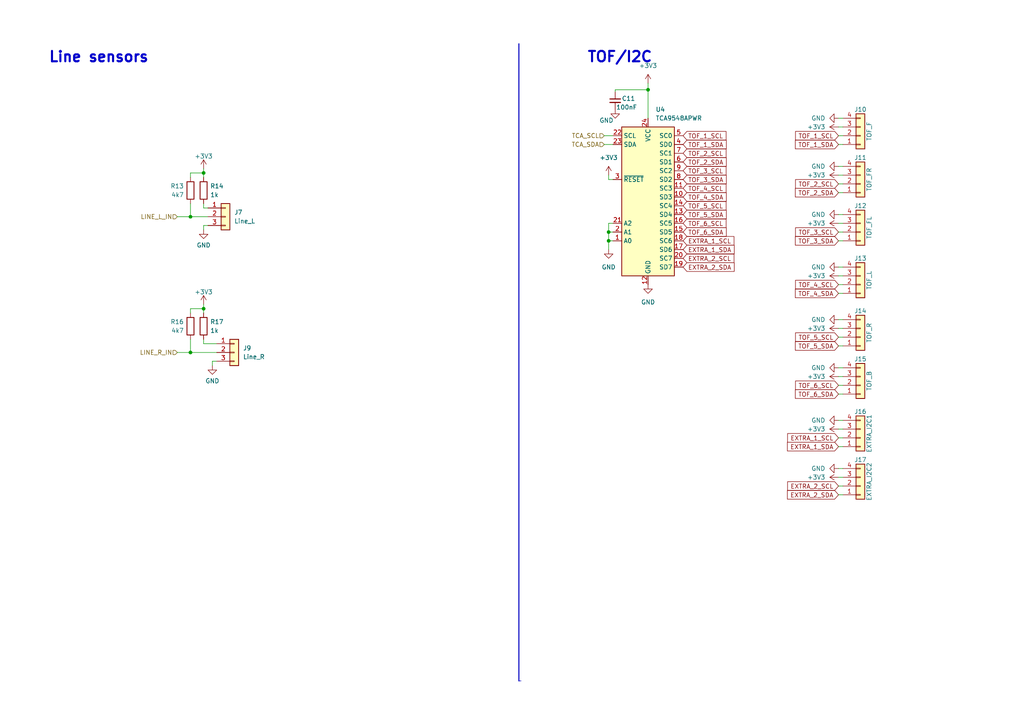
<source format=kicad_sch>
(kicad_sch
	(version 20231120)
	(generator "eeschema")
	(generator_version "8.0")
	(uuid "7050d2c5-369f-4025-bc98-6b30bf6028c5")
	(paper "A4")
	(lib_symbols
		(symbol "Connector_Generic:Conn_01x03"
			(pin_names
				(offset 1.016) hide)
			(exclude_from_sim no)
			(in_bom yes)
			(on_board yes)
			(property "Reference" "J"
				(at 0 5.08 0)
				(effects
					(font
						(size 1.27 1.27)
					)
				)
			)
			(property "Value" "Conn_01x03"
				(at 0 -5.08 0)
				(effects
					(font
						(size 1.27 1.27)
					)
				)
			)
			(property "Footprint" ""
				(at 0 0 0)
				(effects
					(font
						(size 1.27 1.27)
					)
					(hide yes)
				)
			)
			(property "Datasheet" "~"
				(at 0 0 0)
				(effects
					(font
						(size 1.27 1.27)
					)
					(hide yes)
				)
			)
			(property "Description" "Generic connector, single row, 01x03, script generated (kicad-library-utils/schlib/autogen/connector/)"
				(at 0 0 0)
				(effects
					(font
						(size 1.27 1.27)
					)
					(hide yes)
				)
			)
			(property "ki_keywords" "connector"
				(at 0 0 0)
				(effects
					(font
						(size 1.27 1.27)
					)
					(hide yes)
				)
			)
			(property "ki_fp_filters" "Connector*:*_1x??_*"
				(at 0 0 0)
				(effects
					(font
						(size 1.27 1.27)
					)
					(hide yes)
				)
			)
			(symbol "Conn_01x03_1_1"
				(rectangle
					(start -1.27 -2.413)
					(end 0 -2.667)
					(stroke
						(width 0.1524)
						(type default)
					)
					(fill
						(type none)
					)
				)
				(rectangle
					(start -1.27 0.127)
					(end 0 -0.127)
					(stroke
						(width 0.1524)
						(type default)
					)
					(fill
						(type none)
					)
				)
				(rectangle
					(start -1.27 2.667)
					(end 0 2.413)
					(stroke
						(width 0.1524)
						(type default)
					)
					(fill
						(type none)
					)
				)
				(rectangle
					(start -1.27 3.81)
					(end 1.27 -3.81)
					(stroke
						(width 0.254)
						(type default)
					)
					(fill
						(type background)
					)
				)
				(pin passive line
					(at -5.08 2.54 0)
					(length 3.81)
					(name "Pin_1"
						(effects
							(font
								(size 1.27 1.27)
							)
						)
					)
					(number "1"
						(effects
							(font
								(size 1.27 1.27)
							)
						)
					)
				)
				(pin passive line
					(at -5.08 0 0)
					(length 3.81)
					(name "Pin_2"
						(effects
							(font
								(size 1.27 1.27)
							)
						)
					)
					(number "2"
						(effects
							(font
								(size 1.27 1.27)
							)
						)
					)
				)
				(pin passive line
					(at -5.08 -2.54 0)
					(length 3.81)
					(name "Pin_3"
						(effects
							(font
								(size 1.27 1.27)
							)
						)
					)
					(number "3"
						(effects
							(font
								(size 1.27 1.27)
							)
						)
					)
				)
			)
		)
		(symbol "Connector_Generic:Conn_01x04"
			(pin_names
				(offset 1.016) hide)
			(exclude_from_sim no)
			(in_bom yes)
			(on_board yes)
			(property "Reference" "J"
				(at 0 5.08 0)
				(effects
					(font
						(size 1.27 1.27)
					)
				)
			)
			(property "Value" "Conn_01x04"
				(at 0 -7.62 0)
				(effects
					(font
						(size 1.27 1.27)
					)
				)
			)
			(property "Footprint" ""
				(at 0 0 0)
				(effects
					(font
						(size 1.27 1.27)
					)
					(hide yes)
				)
			)
			(property "Datasheet" "~"
				(at 0 0 0)
				(effects
					(font
						(size 1.27 1.27)
					)
					(hide yes)
				)
			)
			(property "Description" "Generic connector, single row, 01x04, script generated (kicad-library-utils/schlib/autogen/connector/)"
				(at 0 0 0)
				(effects
					(font
						(size 1.27 1.27)
					)
					(hide yes)
				)
			)
			(property "ki_keywords" "connector"
				(at 0 0 0)
				(effects
					(font
						(size 1.27 1.27)
					)
					(hide yes)
				)
			)
			(property "ki_fp_filters" "Connector*:*_1x??_*"
				(at 0 0 0)
				(effects
					(font
						(size 1.27 1.27)
					)
					(hide yes)
				)
			)
			(symbol "Conn_01x04_1_1"
				(rectangle
					(start -1.27 -4.953)
					(end 0 -5.207)
					(stroke
						(width 0.1524)
						(type default)
					)
					(fill
						(type none)
					)
				)
				(rectangle
					(start -1.27 -2.413)
					(end 0 -2.667)
					(stroke
						(width 0.1524)
						(type default)
					)
					(fill
						(type none)
					)
				)
				(rectangle
					(start -1.27 0.127)
					(end 0 -0.127)
					(stroke
						(width 0.1524)
						(type default)
					)
					(fill
						(type none)
					)
				)
				(rectangle
					(start -1.27 2.667)
					(end 0 2.413)
					(stroke
						(width 0.1524)
						(type default)
					)
					(fill
						(type none)
					)
				)
				(rectangle
					(start -1.27 3.81)
					(end 1.27 -6.35)
					(stroke
						(width 0.254)
						(type default)
					)
					(fill
						(type background)
					)
				)
				(pin passive line
					(at -5.08 2.54 0)
					(length 3.81)
					(name "Pin_1"
						(effects
							(font
								(size 1.27 1.27)
							)
						)
					)
					(number "1"
						(effects
							(font
								(size 1.27 1.27)
							)
						)
					)
				)
				(pin passive line
					(at -5.08 0 0)
					(length 3.81)
					(name "Pin_2"
						(effects
							(font
								(size 1.27 1.27)
							)
						)
					)
					(number "2"
						(effects
							(font
								(size 1.27 1.27)
							)
						)
					)
				)
				(pin passive line
					(at -5.08 -2.54 0)
					(length 3.81)
					(name "Pin_3"
						(effects
							(font
								(size 1.27 1.27)
							)
						)
					)
					(number "3"
						(effects
							(font
								(size 1.27 1.27)
							)
						)
					)
				)
				(pin passive line
					(at -5.08 -5.08 0)
					(length 3.81)
					(name "Pin_4"
						(effects
							(font
								(size 1.27 1.27)
							)
						)
					)
					(number "4"
						(effects
							(font
								(size 1.27 1.27)
							)
						)
					)
				)
			)
		)
		(symbol "Device:C_Small"
			(pin_numbers hide)
			(pin_names
				(offset 0.254) hide)
			(exclude_from_sim no)
			(in_bom yes)
			(on_board yes)
			(property "Reference" "C"
				(at 0.254 1.778 0)
				(effects
					(font
						(size 1.27 1.27)
					)
					(justify left)
				)
			)
			(property "Value" "C_Small"
				(at 0.254 -2.032 0)
				(effects
					(font
						(size 1.27 1.27)
					)
					(justify left)
				)
			)
			(property "Footprint" ""
				(at 0 0 0)
				(effects
					(font
						(size 1.27 1.27)
					)
					(hide yes)
				)
			)
			(property "Datasheet" "~"
				(at 0 0 0)
				(effects
					(font
						(size 1.27 1.27)
					)
					(hide yes)
				)
			)
			(property "Description" "Unpolarized capacitor, small symbol"
				(at 0 0 0)
				(effects
					(font
						(size 1.27 1.27)
					)
					(hide yes)
				)
			)
			(property "ki_keywords" "capacitor cap"
				(at 0 0 0)
				(effects
					(font
						(size 1.27 1.27)
					)
					(hide yes)
				)
			)
			(property "ki_fp_filters" "C_*"
				(at 0 0 0)
				(effects
					(font
						(size 1.27 1.27)
					)
					(hide yes)
				)
			)
			(symbol "C_Small_0_1"
				(polyline
					(pts
						(xy -1.524 -0.508) (xy 1.524 -0.508)
					)
					(stroke
						(width 0.3302)
						(type default)
					)
					(fill
						(type none)
					)
				)
				(polyline
					(pts
						(xy -1.524 0.508) (xy 1.524 0.508)
					)
					(stroke
						(width 0.3048)
						(type default)
					)
					(fill
						(type none)
					)
				)
			)
			(symbol "C_Small_1_1"
				(pin passive line
					(at 0 2.54 270)
					(length 2.032)
					(name "~"
						(effects
							(font
								(size 1.27 1.27)
							)
						)
					)
					(number "1"
						(effects
							(font
								(size 1.27 1.27)
							)
						)
					)
				)
				(pin passive line
					(at 0 -2.54 90)
					(length 2.032)
					(name "~"
						(effects
							(font
								(size 1.27 1.27)
							)
						)
					)
					(number "2"
						(effects
							(font
								(size 1.27 1.27)
							)
						)
					)
				)
			)
		)
		(symbol "Device:R"
			(pin_numbers hide)
			(pin_names
				(offset 0)
			)
			(exclude_from_sim no)
			(in_bom yes)
			(on_board yes)
			(property "Reference" "R"
				(at 2.032 0 90)
				(effects
					(font
						(size 1.27 1.27)
					)
				)
			)
			(property "Value" "R"
				(at 0 0 90)
				(effects
					(font
						(size 1.27 1.27)
					)
				)
			)
			(property "Footprint" ""
				(at -1.778 0 90)
				(effects
					(font
						(size 1.27 1.27)
					)
					(hide yes)
				)
			)
			(property "Datasheet" "~"
				(at 0 0 0)
				(effects
					(font
						(size 1.27 1.27)
					)
					(hide yes)
				)
			)
			(property "Description" "Resistor"
				(at 0 0 0)
				(effects
					(font
						(size 1.27 1.27)
					)
					(hide yes)
				)
			)
			(property "ki_keywords" "R res resistor"
				(at 0 0 0)
				(effects
					(font
						(size 1.27 1.27)
					)
					(hide yes)
				)
			)
			(property "ki_fp_filters" "R_*"
				(at 0 0 0)
				(effects
					(font
						(size 1.27 1.27)
					)
					(hide yes)
				)
			)
			(symbol "R_0_1"
				(rectangle
					(start -1.016 -2.54)
					(end 1.016 2.54)
					(stroke
						(width 0.254)
						(type default)
					)
					(fill
						(type none)
					)
				)
			)
			(symbol "R_1_1"
				(pin passive line
					(at 0 3.81 270)
					(length 1.27)
					(name "~"
						(effects
							(font
								(size 1.27 1.27)
							)
						)
					)
					(number "1"
						(effects
							(font
								(size 1.27 1.27)
							)
						)
					)
				)
				(pin passive line
					(at 0 -3.81 90)
					(length 1.27)
					(name "~"
						(effects
							(font
								(size 1.27 1.27)
							)
						)
					)
					(number "2"
						(effects
							(font
								(size 1.27 1.27)
							)
						)
					)
				)
			)
		)
		(symbol "Interface_Expansion:TCA9548APWR"
			(exclude_from_sim no)
			(in_bom yes)
			(on_board yes)
			(property "Reference" "U"
				(at -7.62 21.59 0)
				(effects
					(font
						(size 1.27 1.27)
					)
					(justify left)
				)
			)
			(property "Value" "TCA9548APWR"
				(at 1.016 21.59 0)
				(effects
					(font
						(size 1.27 1.27)
					)
					(justify left)
				)
			)
			(property "Footprint" "Package_SO:TSSOP-24_4.4x7.8mm_P0.65mm"
				(at 0 -25.4 0)
				(effects
					(font
						(size 1.27 1.27)
					)
					(hide yes)
				)
			)
			(property "Datasheet" "http://www.ti.com/lit/ds/symlink/tca9548a.pdf"
				(at 1.27 6.35 0)
				(effects
					(font
						(size 1.27 1.27)
					)
					(hide yes)
				)
			)
			(property "Description" "Low voltage 8-channel I2C switch with reset, TSSOP-24"
				(at 0 0 0)
				(effects
					(font
						(size 1.27 1.27)
					)
					(hide yes)
				)
			)
			(property "ki_keywords" "Low voltage 8-channel I2C switch with reset"
				(at 0 0 0)
				(effects
					(font
						(size 1.27 1.27)
					)
					(hide yes)
				)
			)
			(property "ki_fp_filters" "TSSOP*4.4x7.8mm*P0.65mm*"
				(at 0 0 0)
				(effects
					(font
						(size 1.27 1.27)
					)
					(hide yes)
				)
			)
			(symbol "TCA9548APWR_0_1"
				(rectangle
					(start -7.62 20.32)
					(end 7.62 -22.86)
					(stroke
						(width 0.254)
						(type default)
					)
					(fill
						(type background)
					)
				)
			)
			(symbol "TCA9548APWR_1_1"
				(pin input line
					(at -10.16 -12.7 0)
					(length 2.54)
					(name "A0"
						(effects
							(font
								(size 1.27 1.27)
							)
						)
					)
					(number "1"
						(effects
							(font
								(size 1.27 1.27)
							)
						)
					)
				)
				(pin bidirectional line
					(at 10.16 0 180)
					(length 2.54)
					(name "SD3"
						(effects
							(font
								(size 1.27 1.27)
							)
						)
					)
					(number "10"
						(effects
							(font
								(size 1.27 1.27)
							)
						)
					)
				)
				(pin output line
					(at 10.16 2.54 180)
					(length 2.54)
					(name "SC3"
						(effects
							(font
								(size 1.27 1.27)
							)
						)
					)
					(number "11"
						(effects
							(font
								(size 1.27 1.27)
							)
						)
					)
				)
				(pin power_in line
					(at 0 -25.4 90)
					(length 2.54)
					(name "GND"
						(effects
							(font
								(size 1.27 1.27)
							)
						)
					)
					(number "12"
						(effects
							(font
								(size 1.27 1.27)
							)
						)
					)
				)
				(pin bidirectional line
					(at 10.16 -5.08 180)
					(length 2.54)
					(name "SD4"
						(effects
							(font
								(size 1.27 1.27)
							)
						)
					)
					(number "13"
						(effects
							(font
								(size 1.27 1.27)
							)
						)
					)
				)
				(pin output line
					(at 10.16 -2.54 180)
					(length 2.54)
					(name "SC4"
						(effects
							(font
								(size 1.27 1.27)
							)
						)
					)
					(number "14"
						(effects
							(font
								(size 1.27 1.27)
							)
						)
					)
				)
				(pin bidirectional line
					(at 10.16 -10.16 180)
					(length 2.54)
					(name "SD5"
						(effects
							(font
								(size 1.27 1.27)
							)
						)
					)
					(number "15"
						(effects
							(font
								(size 1.27 1.27)
							)
						)
					)
				)
				(pin output line
					(at 10.16 -7.62 180)
					(length 2.54)
					(name "SC5"
						(effects
							(font
								(size 1.27 1.27)
							)
						)
					)
					(number "16"
						(effects
							(font
								(size 1.27 1.27)
							)
						)
					)
				)
				(pin bidirectional line
					(at 10.16 -15.24 180)
					(length 2.54)
					(name "SD6"
						(effects
							(font
								(size 1.27 1.27)
							)
						)
					)
					(number "17"
						(effects
							(font
								(size 1.27 1.27)
							)
						)
					)
				)
				(pin output line
					(at 10.16 -12.7 180)
					(length 2.54)
					(name "SC6"
						(effects
							(font
								(size 1.27 1.27)
							)
						)
					)
					(number "18"
						(effects
							(font
								(size 1.27 1.27)
							)
						)
					)
				)
				(pin bidirectional line
					(at 10.16 -20.32 180)
					(length 2.54)
					(name "SD7"
						(effects
							(font
								(size 1.27 1.27)
							)
						)
					)
					(number "19"
						(effects
							(font
								(size 1.27 1.27)
							)
						)
					)
				)
				(pin input line
					(at -10.16 -10.16 0)
					(length 2.54)
					(name "A1"
						(effects
							(font
								(size 1.27 1.27)
							)
						)
					)
					(number "2"
						(effects
							(font
								(size 1.27 1.27)
							)
						)
					)
				)
				(pin output line
					(at 10.16 -17.78 180)
					(length 2.54)
					(name "SC7"
						(effects
							(font
								(size 1.27 1.27)
							)
						)
					)
					(number "20"
						(effects
							(font
								(size 1.27 1.27)
							)
						)
					)
				)
				(pin input line
					(at -10.16 -7.62 0)
					(length 2.54)
					(name "A2"
						(effects
							(font
								(size 1.27 1.27)
							)
						)
					)
					(number "21"
						(effects
							(font
								(size 1.27 1.27)
							)
						)
					)
				)
				(pin input line
					(at -10.16 17.78 0)
					(length 2.54)
					(name "SCL"
						(effects
							(font
								(size 1.27 1.27)
							)
						)
					)
					(number "22"
						(effects
							(font
								(size 1.27 1.27)
							)
						)
					)
				)
				(pin bidirectional line
					(at -10.16 15.24 0)
					(length 2.54)
					(name "SDA"
						(effects
							(font
								(size 1.27 1.27)
							)
						)
					)
					(number "23"
						(effects
							(font
								(size 1.27 1.27)
							)
						)
					)
				)
				(pin power_in line
					(at 0 22.86 270)
					(length 2.54)
					(name "VCC"
						(effects
							(font
								(size 1.27 1.27)
							)
						)
					)
					(number "24"
						(effects
							(font
								(size 1.27 1.27)
							)
						)
					)
				)
				(pin input line
					(at -10.16 5.08 0)
					(length 2.54)
					(name "~{RESET}"
						(effects
							(font
								(size 1.27 1.27)
							)
						)
					)
					(number "3"
						(effects
							(font
								(size 1.27 1.27)
							)
						)
					)
				)
				(pin bidirectional line
					(at 10.16 15.24 180)
					(length 2.54)
					(name "SD0"
						(effects
							(font
								(size 1.27 1.27)
							)
						)
					)
					(number "4"
						(effects
							(font
								(size 1.27 1.27)
							)
						)
					)
				)
				(pin output line
					(at 10.16 17.78 180)
					(length 2.54)
					(name "SC0"
						(effects
							(font
								(size 1.27 1.27)
							)
						)
					)
					(number "5"
						(effects
							(font
								(size 1.27 1.27)
							)
						)
					)
				)
				(pin bidirectional line
					(at 10.16 10.16 180)
					(length 2.54)
					(name "SD1"
						(effects
							(font
								(size 1.27 1.27)
							)
						)
					)
					(number "6"
						(effects
							(font
								(size 1.27 1.27)
							)
						)
					)
				)
				(pin output line
					(at 10.16 12.7 180)
					(length 2.54)
					(name "SC1"
						(effects
							(font
								(size 1.27 1.27)
							)
						)
					)
					(number "7"
						(effects
							(font
								(size 1.27 1.27)
							)
						)
					)
				)
				(pin bidirectional line
					(at 10.16 5.08 180)
					(length 2.54)
					(name "SD2"
						(effects
							(font
								(size 1.27 1.27)
							)
						)
					)
					(number "8"
						(effects
							(font
								(size 1.27 1.27)
							)
						)
					)
				)
				(pin output line
					(at 10.16 7.62 180)
					(length 2.54)
					(name "SC2"
						(effects
							(font
								(size 1.27 1.27)
							)
						)
					)
					(number "9"
						(effects
							(font
								(size 1.27 1.27)
							)
						)
					)
				)
			)
		)
		(symbol "power:+3V3"
			(power)
			(pin_names
				(offset 0)
			)
			(exclude_from_sim no)
			(in_bom yes)
			(on_board yes)
			(property "Reference" "#PWR"
				(at 0 -3.81 0)
				(effects
					(font
						(size 1.27 1.27)
					)
					(hide yes)
				)
			)
			(property "Value" "+3V3"
				(at 0 3.556 0)
				(effects
					(font
						(size 1.27 1.27)
					)
				)
			)
			(property "Footprint" ""
				(at 0 0 0)
				(effects
					(font
						(size 1.27 1.27)
					)
					(hide yes)
				)
			)
			(property "Datasheet" ""
				(at 0 0 0)
				(effects
					(font
						(size 1.27 1.27)
					)
					(hide yes)
				)
			)
			(property "Description" "Power symbol creates a global label with name \"+3V3\""
				(at 0 0 0)
				(effects
					(font
						(size 1.27 1.27)
					)
					(hide yes)
				)
			)
			(property "ki_keywords" "global power"
				(at 0 0 0)
				(effects
					(font
						(size 1.27 1.27)
					)
					(hide yes)
				)
			)
			(symbol "+3V3_0_1"
				(polyline
					(pts
						(xy -0.762 1.27) (xy 0 2.54)
					)
					(stroke
						(width 0)
						(type default)
					)
					(fill
						(type none)
					)
				)
				(polyline
					(pts
						(xy 0 0) (xy 0 2.54)
					)
					(stroke
						(width 0)
						(type default)
					)
					(fill
						(type none)
					)
				)
				(polyline
					(pts
						(xy 0 2.54) (xy 0.762 1.27)
					)
					(stroke
						(width 0)
						(type default)
					)
					(fill
						(type none)
					)
				)
			)
			(symbol "+3V3_1_1"
				(pin power_in line
					(at 0 0 90)
					(length 0) hide
					(name "+3V3"
						(effects
							(font
								(size 1.27 1.27)
							)
						)
					)
					(number "1"
						(effects
							(font
								(size 1.27 1.27)
							)
						)
					)
				)
			)
		)
		(symbol "power:GND"
			(power)
			(pin_names
				(offset 0)
			)
			(exclude_from_sim no)
			(in_bom yes)
			(on_board yes)
			(property "Reference" "#PWR"
				(at 0 -6.35 0)
				(effects
					(font
						(size 1.27 1.27)
					)
					(hide yes)
				)
			)
			(property "Value" "GND"
				(at 0 -3.81 0)
				(effects
					(font
						(size 1.27 1.27)
					)
				)
			)
			(property "Footprint" ""
				(at 0 0 0)
				(effects
					(font
						(size 1.27 1.27)
					)
					(hide yes)
				)
			)
			(property "Datasheet" ""
				(at 0 0 0)
				(effects
					(font
						(size 1.27 1.27)
					)
					(hide yes)
				)
			)
			(property "Description" "Power symbol creates a global label with name \"GND\" , ground"
				(at 0 0 0)
				(effects
					(font
						(size 1.27 1.27)
					)
					(hide yes)
				)
			)
			(property "ki_keywords" "global power"
				(at 0 0 0)
				(effects
					(font
						(size 1.27 1.27)
					)
					(hide yes)
				)
			)
			(symbol "GND_0_1"
				(polyline
					(pts
						(xy 0 0) (xy 0 -1.27) (xy 1.27 -1.27) (xy 0 -2.54) (xy -1.27 -1.27) (xy 0 -1.27)
					)
					(stroke
						(width 0)
						(type default)
					)
					(fill
						(type none)
					)
				)
			)
			(symbol "GND_1_1"
				(pin power_in line
					(at 0 0 270)
					(length 0) hide
					(name "GND"
						(effects
							(font
								(size 1.27 1.27)
							)
						)
					)
					(number "1"
						(effects
							(font
								(size 1.27 1.27)
							)
						)
					)
				)
			)
		)
	)
	(junction
		(at 176.53 69.85)
		(diameter 0)
		(color 0 0 0 0)
		(uuid "25a036ce-5c5c-4a82-970b-9034c9b4c53f")
	)
	(junction
		(at 59.055 50.165)
		(diameter 0)
		(color 0 0 0 0)
		(uuid "2e289514-329d-4bc2-a27e-e8d81bd0ce37")
	)
	(junction
		(at 176.53 67.31)
		(diameter 0)
		(color 0 0 0 0)
		(uuid "37d750b7-5f6e-48c9-b0c0-5e965884b2b2")
	)
	(junction
		(at 55.245 62.865)
		(diameter 0)
		(color 0 0 0 0)
		(uuid "42917959-e4f9-428a-8aef-50a2052679fa")
	)
	(junction
		(at 59.055 89.535)
		(diameter 0)
		(color 0 0 0 0)
		(uuid "4743cd55-7928-42b2-8f04-3b07e8537a5f")
	)
	(junction
		(at 55.245 102.235)
		(diameter 0)
		(color 0 0 0 0)
		(uuid "57c6c2d8-638a-4eb2-ba29-3664aa72e0ac")
	)
	(junction
		(at 187.96 26.035)
		(diameter 0)
		(color 0 0 0 0)
		(uuid "f52367dc-b411-4a7f-b5cb-20c2271a4b50")
	)
	(wire
		(pts
			(xy 55.245 89.535) (xy 59.055 89.535)
		)
		(stroke
			(width 0)
			(type default)
		)
		(uuid "05671574-0e8a-4849-8c72-7d322e7bece2")
	)
	(wire
		(pts
			(xy 55.245 62.865) (xy 60.325 62.865)
		)
		(stroke
			(width 0)
			(type default)
		)
		(uuid "09512d2b-f5be-4069-bbb3-0779126a2236")
	)
	(wire
		(pts
			(xy 176.53 67.31) (xy 176.53 69.85)
		)
		(stroke
			(width 0)
			(type default)
		)
		(uuid "0acfd825-58bb-474e-b7c0-4ba189893f49")
	)
	(wire
		(pts
			(xy 243.205 80.01) (xy 244.475 80.01)
		)
		(stroke
			(width 0)
			(type default)
		)
		(uuid "13870f2d-8fb6-427c-87b1-3e4e0d05c649")
	)
	(wire
		(pts
			(xy 243.205 135.89) (xy 244.475 135.89)
		)
		(stroke
			(width 0)
			(type default)
		)
		(uuid "16959c85-bc57-4fbc-ab24-a334cdc7d8e5")
	)
	(wire
		(pts
			(xy 55.245 90.805) (xy 55.245 89.535)
		)
		(stroke
			(width 0)
			(type default)
		)
		(uuid "1c4c3a81-4de6-4dc3-9936-e3c4c12111f4")
	)
	(wire
		(pts
			(xy 178.435 26.67) (xy 178.435 26.035)
		)
		(stroke
			(width 0)
			(type default)
		)
		(uuid "26fc14c4-c79a-4c10-afac-8ab8cb349658")
	)
	(wire
		(pts
			(xy 176.53 69.85) (xy 176.53 72.39)
		)
		(stroke
			(width 0)
			(type default)
		)
		(uuid "2d0e734d-a154-471f-b69a-f74e168b1c97")
	)
	(wire
		(pts
			(xy 176.53 69.85) (xy 177.8 69.85)
		)
		(stroke
			(width 0)
			(type default)
		)
		(uuid "30616026-c5ba-4364-893d-b74a0bfd19f7")
	)
	(wire
		(pts
			(xy 61.595 104.775) (xy 61.595 106.045)
		)
		(stroke
			(width 0)
			(type default)
		)
		(uuid "314a125e-437a-4bef-ad06-4d86236eed52")
	)
	(wire
		(pts
			(xy 243.205 62.23) (xy 244.475 62.23)
		)
		(stroke
			(width 0)
			(type default)
		)
		(uuid "33417410-11f2-4c13-9364-96525aa8700d")
	)
	(wire
		(pts
			(xy 243.205 109.22) (xy 244.475 109.22)
		)
		(stroke
			(width 0)
			(type default)
		)
		(uuid "337adccf-09a7-49cc-b5bf-07284714ac36")
	)
	(wire
		(pts
			(xy 243.205 138.43) (xy 244.475 138.43)
		)
		(stroke
			(width 0)
			(type default)
		)
		(uuid "34b54a1f-79c9-4ec6-a157-e9ae43f14aae")
	)
	(wire
		(pts
			(xy 176.53 64.77) (xy 176.53 67.31)
		)
		(stroke
			(width 0)
			(type default)
		)
		(uuid "3b868320-a59b-4c1f-9f4e-e4c7f6efdbac")
	)
	(wire
		(pts
			(xy 243.205 39.37) (xy 244.475 39.37)
		)
		(stroke
			(width 0)
			(type default)
		)
		(uuid "3cee042f-2319-490d-8e63-691063224732")
	)
	(wire
		(pts
			(xy 175.26 41.91) (xy 177.8 41.91)
		)
		(stroke
			(width 0)
			(type default)
		)
		(uuid "3eb005c3-790d-4130-a1d2-daf04db194c7")
	)
	(wire
		(pts
			(xy 243.205 82.55) (xy 244.475 82.55)
		)
		(stroke
			(width 0)
			(type default)
		)
		(uuid "42f73142-58bc-4612-8caf-b24fb7c11c37")
	)
	(wire
		(pts
			(xy 60.325 65.405) (xy 59.055 65.405)
		)
		(stroke
			(width 0)
			(type default)
		)
		(uuid "4474d88a-be79-41f4-8eaf-de983b5e009f")
	)
	(wire
		(pts
			(xy 176.53 67.31) (xy 177.8 67.31)
		)
		(stroke
			(width 0)
			(type default)
		)
		(uuid "4650141a-4a2e-4f0f-955e-aa91a10dc492")
	)
	(wire
		(pts
			(xy 59.055 60.325) (xy 60.325 60.325)
		)
		(stroke
			(width 0)
			(type default)
		)
		(uuid "4b3f8266-db1f-4dde-8312-dc8677a3bfc7")
	)
	(wire
		(pts
			(xy 243.205 55.88) (xy 244.475 55.88)
		)
		(stroke
			(width 0)
			(type default)
		)
		(uuid "4b877069-81cd-4dd5-be2f-1ddf12abfd53")
	)
	(wire
		(pts
			(xy 59.055 65.405) (xy 59.055 66.675)
		)
		(stroke
			(width 0)
			(type default)
		)
		(uuid "4d7731e3-4ab4-4a72-afac-e162e2ca5b37")
	)
	(wire
		(pts
			(xy 187.96 24.13) (xy 187.96 26.035)
		)
		(stroke
			(width 0)
			(type default)
		)
		(uuid "567824a6-c77e-4ccf-af64-38253b12071c")
	)
	(wire
		(pts
			(xy 59.055 88.265) (xy 59.055 89.535)
		)
		(stroke
			(width 0)
			(type default)
		)
		(uuid "5d92827e-52d0-465c-b410-de493b0f7d54")
	)
	(wire
		(pts
			(xy 243.205 114.3) (xy 244.475 114.3)
		)
		(stroke
			(width 0)
			(type default)
		)
		(uuid "60821121-5cec-468e-8fbb-08c319a0b90d")
	)
	(wire
		(pts
			(xy 175.26 39.37) (xy 177.8 39.37)
		)
		(stroke
			(width 0)
			(type default)
		)
		(uuid "62a6cd4b-9d89-4f12-9538-258673569b39")
	)
	(wire
		(pts
			(xy 178.435 26.035) (xy 187.96 26.035)
		)
		(stroke
			(width 0)
			(type default)
		)
		(uuid "667e315c-4943-4c51-ba41-20bc596d53e5")
	)
	(wire
		(pts
			(xy 243.205 64.77) (xy 244.475 64.77)
		)
		(stroke
			(width 0)
			(type default)
		)
		(uuid "66a0c549-1652-439c-badb-539bc72f38b9")
	)
	(wire
		(pts
			(xy 51.435 62.865) (xy 55.245 62.865)
		)
		(stroke
			(width 0)
			(type default)
		)
		(uuid "6cd6eea2-af08-44a8-b7d0-eb45959ec43d")
	)
	(wire
		(pts
			(xy 243.205 124.46) (xy 244.475 124.46)
		)
		(stroke
			(width 0)
			(type default)
		)
		(uuid "736ef9fe-f2e3-4dbe-bac3-c7780eb5d6e4")
	)
	(wire
		(pts
			(xy 55.245 102.235) (xy 62.865 102.235)
		)
		(stroke
			(width 0)
			(type default)
		)
		(uuid "798514c3-a8d5-4574-9faf-434495b28b0f")
	)
	(wire
		(pts
			(xy 243.205 69.85) (xy 244.475 69.85)
		)
		(stroke
			(width 0)
			(type default)
		)
		(uuid "7b95a2ad-0f1a-4e19-aa42-95db91b02039")
	)
	(polyline
		(pts
			(xy 150.495 197.485) (xy 151.13 197.485)
		)
		(stroke
			(width 0)
			(type default)
		)
		(uuid "7dd3a5d8-50c6-40b3-956b-ec20e7d6788c")
	)
	(wire
		(pts
			(xy 187.96 26.035) (xy 187.96 34.29)
		)
		(stroke
			(width 0)
			(type default)
		)
		(uuid "8b560436-5676-4026-9a16-cb3f23cac3bd")
	)
	(wire
		(pts
			(xy 243.205 34.29) (xy 244.475 34.29)
		)
		(stroke
			(width 0)
			(type default)
		)
		(uuid "906345d6-21dd-45e1-b421-4ebeff300227")
	)
	(wire
		(pts
			(xy 62.865 104.775) (xy 61.595 104.775)
		)
		(stroke
			(width 0)
			(type default)
		)
		(uuid "93f6ec9c-0381-4836-a6b4-289df2d08f39")
	)
	(wire
		(pts
			(xy 55.245 59.055) (xy 55.245 62.865)
		)
		(stroke
			(width 0)
			(type default)
		)
		(uuid "94107b70-19ed-4b25-8241-9835e3c58f8e")
	)
	(wire
		(pts
			(xy 243.205 140.97) (xy 244.475 140.97)
		)
		(stroke
			(width 0)
			(type default)
		)
		(uuid "94de4d81-02f9-4d04-8fa0-d226ea2dad2a")
	)
	(wire
		(pts
			(xy 59.055 90.805) (xy 59.055 89.535)
		)
		(stroke
			(width 0)
			(type default)
		)
		(uuid "95096240-0bf0-4ef5-8b16-3de7a9ec339a")
	)
	(wire
		(pts
			(xy 55.245 50.165) (xy 59.055 50.165)
		)
		(stroke
			(width 0)
			(type default)
		)
		(uuid "979aa7f1-9a8e-4566-b3c0-f5ccd09c733e")
	)
	(wire
		(pts
			(xy 243.205 143.51) (xy 244.475 143.51)
		)
		(stroke
			(width 0)
			(type default)
		)
		(uuid "9d28e49b-0d64-4a21-87aa-06dd54713a9d")
	)
	(wire
		(pts
			(xy 243.205 77.47) (xy 244.475 77.47)
		)
		(stroke
			(width 0)
			(type default)
		)
		(uuid "a5e5794d-58b8-4500-ad58-7df7043dc7b3")
	)
	(polyline
		(pts
			(xy 150.495 12.7) (xy 150.495 197.485)
		)
		(stroke
			(width 0.3)
			(type default)
		)
		(uuid "a6270ade-25db-46eb-8762-2d18953ac0b0")
	)
	(wire
		(pts
			(xy 243.205 85.09) (xy 244.475 85.09)
		)
		(stroke
			(width 0)
			(type default)
		)
		(uuid "a65fa68a-c934-4937-a12d-2de0bd07269b")
	)
	(wire
		(pts
			(xy 55.245 98.425) (xy 55.245 102.235)
		)
		(stroke
			(width 0)
			(type default)
		)
		(uuid "a94c5124-51dc-42f2-80fa-8d5b3d5f8635")
	)
	(wire
		(pts
			(xy 243.205 48.26) (xy 244.475 48.26)
		)
		(stroke
			(width 0)
			(type default)
		)
		(uuid "ac67ffbf-3cc0-4735-8a65-3943f10e64e6")
	)
	(wire
		(pts
			(xy 59.055 50.165) (xy 59.055 51.435)
		)
		(stroke
			(width 0)
			(type default)
		)
		(uuid "acdd775f-3c7e-41f6-83d6-3961490c92d1")
	)
	(wire
		(pts
			(xy 243.205 92.71) (xy 244.475 92.71)
		)
		(stroke
			(width 0)
			(type default)
		)
		(uuid "b15d0aa0-8186-4eb3-92ae-0375dbac3580")
	)
	(wire
		(pts
			(xy 243.205 95.25) (xy 244.475 95.25)
		)
		(stroke
			(width 0)
			(type default)
		)
		(uuid "b658e02d-903f-4ac7-9d7a-70228f4eb34f")
	)
	(wire
		(pts
			(xy 243.205 53.34) (xy 244.475 53.34)
		)
		(stroke
			(width 0)
			(type default)
		)
		(uuid "b7a60a4d-dceb-4702-9d6f-904aade62a84")
	)
	(wire
		(pts
			(xy 55.245 51.435) (xy 55.245 50.165)
		)
		(stroke
			(width 0)
			(type default)
		)
		(uuid "bab205bf-c1ae-4bce-bf18-cf3229ae80a7")
	)
	(wire
		(pts
			(xy 243.205 111.76) (xy 244.475 111.76)
		)
		(stroke
			(width 0)
			(type default)
		)
		(uuid "cca7106e-0ade-48c6-bbad-63c8f060b255")
	)
	(wire
		(pts
			(xy 59.055 59.055) (xy 59.055 60.325)
		)
		(stroke
			(width 0)
			(type default)
		)
		(uuid "d468d0b2-23c9-4d4f-8fc7-0900a5e998b0")
	)
	(wire
		(pts
			(xy 243.205 50.8) (xy 244.475 50.8)
		)
		(stroke
			(width 0)
			(type default)
		)
		(uuid "d9c89ff0-6f46-407a-8943-44945530415e")
	)
	(wire
		(pts
			(xy 243.205 97.79) (xy 244.475 97.79)
		)
		(stroke
			(width 0)
			(type default)
		)
		(uuid "dcd6c73a-9e93-478c-be07-0195ae1c2e5a")
	)
	(wire
		(pts
			(xy 243.205 100.33) (xy 244.475 100.33)
		)
		(stroke
			(width 0)
			(type default)
		)
		(uuid "ddcc8f2a-3577-4b1e-a5e2-6fa1776d9141")
	)
	(wire
		(pts
			(xy 243.205 41.91) (xy 244.475 41.91)
		)
		(stroke
			(width 0)
			(type default)
		)
		(uuid "e0dfd829-35e3-424c-a88b-ffa6d7afc810")
	)
	(wire
		(pts
			(xy 59.055 98.425) (xy 59.055 99.695)
		)
		(stroke
			(width 0)
			(type default)
		)
		(uuid "e24da8ba-251c-4d52-a71a-c4d666a37e5d")
	)
	(wire
		(pts
			(xy 59.055 48.895) (xy 59.055 50.165)
		)
		(stroke
			(width 0)
			(type default)
		)
		(uuid "e544a483-3f18-4407-a984-263dab34433c")
	)
	(wire
		(pts
			(xy 176.53 52.07) (xy 176.53 50.8)
		)
		(stroke
			(width 0)
			(type default)
		)
		(uuid "ed76033f-fea5-4339-91a6-2b4c5d3b18e3")
	)
	(wire
		(pts
			(xy 243.205 36.83) (xy 244.475 36.83)
		)
		(stroke
			(width 0)
			(type default)
		)
		(uuid "ee95aeaf-3999-4f37-be05-81de8c240e09")
	)
	(wire
		(pts
			(xy 177.8 64.77) (xy 176.53 64.77)
		)
		(stroke
			(width 0)
			(type default)
		)
		(uuid "eeceaff8-e018-4ec9-8bf7-7f66751475cf")
	)
	(wire
		(pts
			(xy 243.205 121.92) (xy 244.475 121.92)
		)
		(stroke
			(width 0)
			(type default)
		)
		(uuid "f10767ae-cb98-4ed2-ae49-50babd6e2806")
	)
	(wire
		(pts
			(xy 51.435 102.235) (xy 55.245 102.235)
		)
		(stroke
			(width 0)
			(type default)
		)
		(uuid "f2283e13-b64f-4923-bd9a-7554295f0b5d")
	)
	(wire
		(pts
			(xy 243.205 67.31) (xy 244.475 67.31)
		)
		(stroke
			(width 0)
			(type default)
		)
		(uuid "f801d962-006b-4b93-bd4f-b495c8773141")
	)
	(wire
		(pts
			(xy 177.8 52.07) (xy 176.53 52.07)
		)
		(stroke
			(width 0)
			(type default)
		)
		(uuid "f8d06f6a-9069-43b7-b4ab-b313007ed355")
	)
	(wire
		(pts
			(xy 243.205 129.54) (xy 244.475 129.54)
		)
		(stroke
			(width 0)
			(type default)
		)
		(uuid "f982f987-d09d-419e-b0a7-8dac0f605cf1")
	)
	(wire
		(pts
			(xy 243.205 127) (xy 244.475 127)
		)
		(stroke
			(width 0)
			(type default)
		)
		(uuid "f9840433-55ae-4471-99db-699551a91c17")
	)
	(wire
		(pts
			(xy 59.055 99.695) (xy 62.865 99.695)
		)
		(stroke
			(width 0)
			(type default)
		)
		(uuid "fdaff9a2-3bda-4359-a8d6-30687aa25972")
	)
	(wire
		(pts
			(xy 243.205 106.68) (xy 244.475 106.68)
		)
		(stroke
			(width 0)
			(type default)
		)
		(uuid "fef384fa-9991-4d29-b749-d17f5b319c50")
	)
	(text "Line sensors"
		(exclude_from_sim no)
		(at 13.97 18.415 0)
		(effects
			(font
				(size 3 3)
				(thickness 0.6)
				(bold yes)
			)
			(justify left bottom)
		)
		(uuid "4fb5f0ed-9ee4-4d11-9fc5-550938b114bc")
	)
	(text "TOF/I2C"
		(exclude_from_sim no)
		(at 170.18 18.415 0)
		(effects
			(font
				(size 3 3)
				(thickness 0.6)
				(bold yes)
			)
			(justify left bottom)
		)
		(uuid "85d07eac-30a2-4f4e-8409-1018197e6290")
	)
	(global_label "TOF_4_SDA"
		(shape input)
		(at 198.12 57.15 0)
		(fields_autoplaced yes)
		(effects
			(font
				(size 1.27 1.27)
			)
			(justify left)
		)
		(uuid "0199da43-86b4-4ffb-aba3-e59868052724")
		(property "Intersheetrefs" "${INTERSHEET_REFS}"
			(at 211.2047 57.15 0)
			(effects
				(font
					(size 1.27 1.27)
				)
				(justify left)
				(hide yes)
			)
		)
	)
	(global_label "TOF_6_SDA"
		(shape input)
		(at 243.205 114.3 180)
		(fields_autoplaced yes)
		(effects
			(font
				(size 1.27 1.27)
			)
			(justify right)
		)
		(uuid "0416dbd6-feec-4a2c-ae27-8473771d9eb7")
		(property "Intersheetrefs" "${INTERSHEET_REFS}"
			(at 230.1203 114.3 0)
			(effects
				(font
					(size 1.27 1.27)
				)
				(justify right)
				(hide yes)
			)
		)
	)
	(global_label "TOF_2_SCL"
		(shape input)
		(at 198.12 44.45 0)
		(fields_autoplaced yes)
		(effects
			(font
				(size 1.27 1.27)
			)
			(justify left)
		)
		(uuid "07f7cf1c-a018-4ff9-9244-717daaf4135c")
		(property "Intersheetrefs" "${INTERSHEET_REFS}"
			(at 211.1442 44.45 0)
			(effects
				(font
					(size 1.27 1.27)
				)
				(justify left)
				(hide yes)
			)
		)
	)
	(global_label "TOF_4_SDA"
		(shape input)
		(at 243.205 85.09 180)
		(fields_autoplaced yes)
		(effects
			(font
				(size 1.27 1.27)
			)
			(justify right)
		)
		(uuid "2a34cbdc-3d3d-4882-91d3-c06c2987a581")
		(property "Intersheetrefs" "${INTERSHEET_REFS}"
			(at 230.1203 85.09 0)
			(effects
				(font
					(size 1.27 1.27)
				)
				(justify right)
				(hide yes)
			)
		)
	)
	(global_label "TOF_2_SDA"
		(shape input)
		(at 243.205 55.88 180)
		(fields_autoplaced yes)
		(effects
			(font
				(size 1.27 1.27)
			)
			(justify right)
		)
		(uuid "3d2c46e4-9498-4aa5-9449-61991062cf41")
		(property "Intersheetrefs" "${INTERSHEET_REFS}"
			(at 230.1203 55.88 0)
			(effects
				(font
					(size 1.27 1.27)
				)
				(justify right)
				(hide yes)
			)
		)
	)
	(global_label "TOF_5_SDA"
		(shape input)
		(at 243.205 100.33 180)
		(fields_autoplaced yes)
		(effects
			(font
				(size 1.27 1.27)
			)
			(justify right)
		)
		(uuid "3dd2e95b-06fd-4cb1-bd91-d4b7fed10864")
		(property "Intersheetrefs" "${INTERSHEET_REFS}"
			(at 230.1203 100.33 0)
			(effects
				(font
					(size 1.27 1.27)
				)
				(justify right)
				(hide yes)
			)
		)
	)
	(global_label "TOF_6_SDA"
		(shape input)
		(at 198.12 67.31 0)
		(fields_autoplaced yes)
		(effects
			(font
				(size 1.27 1.27)
			)
			(justify left)
		)
		(uuid "3e93eee4-98ec-41fa-a8d8-ea12ad284720")
		(property "Intersheetrefs" "${INTERSHEET_REFS}"
			(at 211.2047 67.31 0)
			(effects
				(font
					(size 1.27 1.27)
				)
				(justify left)
				(hide yes)
			)
		)
	)
	(global_label "EXTRA_1_SCL"
		(shape input)
		(at 243.205 127 180)
		(fields_autoplaced yes)
		(effects
			(font
				(size 1.27 1.27)
			)
			(justify right)
		)
		(uuid "49b4c8f7-fab0-4701-84f5-f09d8cac73f5")
		(property "Intersheetrefs" "${INTERSHEET_REFS}"
			(at 227.8828 127 0)
			(effects
				(font
					(size 1.27 1.27)
				)
				(justify right)
				(hide yes)
			)
		)
	)
	(global_label "EXTRA_2_SCL"
		(shape input)
		(at 243.205 140.97 180)
		(fields_autoplaced yes)
		(effects
			(font
				(size 1.27 1.27)
			)
			(justify right)
		)
		(uuid "659324ba-8a01-49a1-9c91-c276d3a7859f")
		(property "Intersheetrefs" "${INTERSHEET_REFS}"
			(at 227.8828 140.97 0)
			(effects
				(font
					(size 1.27 1.27)
				)
				(justify right)
				(hide yes)
			)
		)
	)
	(global_label "EXTRA_2_SCL"
		(shape input)
		(at 198.12 74.93 0)
		(fields_autoplaced yes)
		(effects
			(font
				(size 1.27 1.27)
			)
			(justify left)
		)
		(uuid "67249410-f501-4306-99d7-ee1842d59426")
		(property "Intersheetrefs" "${INTERSHEET_REFS}"
			(at 213.4422 74.93 0)
			(effects
				(font
					(size 1.27 1.27)
				)
				(justify left)
				(hide yes)
			)
		)
	)
	(global_label "TOF_6_SCL"
		(shape input)
		(at 198.12 64.77 0)
		(fields_autoplaced yes)
		(effects
			(font
				(size 1.27 1.27)
			)
			(justify left)
		)
		(uuid "67e1da0a-a230-45cc-94c6-75eedc05d22d")
		(property "Intersheetrefs" "${INTERSHEET_REFS}"
			(at 211.1442 64.77 0)
			(effects
				(font
					(size 1.27 1.27)
				)
				(justify left)
				(hide yes)
			)
		)
	)
	(global_label "TOF_1_SDA"
		(shape input)
		(at 243.205 41.91 180)
		(fields_autoplaced yes)
		(effects
			(font
				(size 1.27 1.27)
			)
			(justify right)
		)
		(uuid "692674a7-788f-48d7-94a3-149214aee299")
		(property "Intersheetrefs" "${INTERSHEET_REFS}"
			(at 230.1203 41.91 0)
			(effects
				(font
					(size 1.27 1.27)
				)
				(justify right)
				(hide yes)
			)
		)
	)
	(global_label "EXTRA_2_SDA"
		(shape input)
		(at 198.12 77.47 0)
		(fields_autoplaced yes)
		(effects
			(font
				(size 1.27 1.27)
			)
			(justify left)
		)
		(uuid "6a49294a-aafe-4a75-815e-762ff41b16d6")
		(property "Intersheetrefs" "${INTERSHEET_REFS}"
			(at 213.5027 77.47 0)
			(effects
				(font
					(size 1.27 1.27)
				)
				(justify left)
				(hide yes)
			)
		)
	)
	(global_label "TOF_2_SDA"
		(shape input)
		(at 198.12 46.99 0)
		(fields_autoplaced yes)
		(effects
			(font
				(size 1.27 1.27)
			)
			(justify left)
		)
		(uuid "6d43a71a-6faa-4d9b-9325-fa7860843bce")
		(property "Intersheetrefs" "${INTERSHEET_REFS}"
			(at 211.2047 46.99 0)
			(effects
				(font
					(size 1.27 1.27)
				)
				(justify left)
				(hide yes)
			)
		)
	)
	(global_label "TOF_4_SCL"
		(shape input)
		(at 198.12 54.61 0)
		(fields_autoplaced yes)
		(effects
			(font
				(size 1.27 1.27)
			)
			(justify left)
		)
		(uuid "7940ef1a-ee34-4244-bbe9-ac8b76db164a")
		(property "Intersheetrefs" "${INTERSHEET_REFS}"
			(at 211.1442 54.61 0)
			(effects
				(font
					(size 1.27 1.27)
				)
				(justify left)
				(hide yes)
			)
		)
	)
	(global_label "TOF_1_SCL"
		(shape input)
		(at 198.12 39.37 0)
		(fields_autoplaced yes)
		(effects
			(font
				(size 1.27 1.27)
			)
			(justify left)
		)
		(uuid "79992448-80d8-4f8d-a9f5-4eb8c3ed32f0")
		(property "Intersheetrefs" "${INTERSHEET_REFS}"
			(at 211.1442 39.37 0)
			(effects
				(font
					(size 1.27 1.27)
				)
				(justify left)
				(hide yes)
			)
		)
	)
	(global_label "TOF_5_SDA"
		(shape input)
		(at 198.12 62.23 0)
		(fields_autoplaced yes)
		(effects
			(font
				(size 1.27 1.27)
			)
			(justify left)
		)
		(uuid "7d233472-e130-44de-a6c3-61fe7d71017d")
		(property "Intersheetrefs" "${INTERSHEET_REFS}"
			(at 211.2047 62.23 0)
			(effects
				(font
					(size 1.27 1.27)
				)
				(justify left)
				(hide yes)
			)
		)
	)
	(global_label "TOF_5_SCL"
		(shape input)
		(at 198.12 59.69 0)
		(fields_autoplaced yes)
		(effects
			(font
				(size 1.27 1.27)
			)
			(justify left)
		)
		(uuid "8a0291dc-818b-4496-8dea-fd4a1d7406c7")
		(property "Intersheetrefs" "${INTERSHEET_REFS}"
			(at 211.1442 59.69 0)
			(effects
				(font
					(size 1.27 1.27)
				)
				(justify left)
				(hide yes)
			)
		)
	)
	(global_label "TOF_3_SCL"
		(shape input)
		(at 243.205 67.31 180)
		(fields_autoplaced yes)
		(effects
			(font
				(size 1.27 1.27)
			)
			(justify right)
		)
		(uuid "90f51e66-35cd-4973-b6c7-c559da0f46b4")
		(property "Intersheetrefs" "${INTERSHEET_REFS}"
			(at 230.1808 67.31 0)
			(effects
				(font
					(size 1.27 1.27)
				)
				(justify right)
				(hide yes)
			)
		)
	)
	(global_label "TOF_1_SCL"
		(shape input)
		(at 243.205 39.37 180)
		(fields_autoplaced yes)
		(effects
			(font
				(size 1.27 1.27)
			)
			(justify right)
		)
		(uuid "b9147af5-c9cd-4bd0-b1c4-0a51fa7dcf28")
		(property "Intersheetrefs" "${INTERSHEET_REFS}"
			(at 230.1808 39.37 0)
			(effects
				(font
					(size 1.27 1.27)
				)
				(justify right)
				(hide yes)
			)
		)
	)
	(global_label "TOF_1_SDA"
		(shape input)
		(at 198.12 41.91 0)
		(fields_autoplaced yes)
		(effects
			(font
				(size 1.27 1.27)
			)
			(justify left)
		)
		(uuid "c4af585a-2ac6-4d49-8bc4-741a0bd450a8")
		(property "Intersheetrefs" "${INTERSHEET_REFS}"
			(at 211.2047 41.91 0)
			(effects
				(font
					(size 1.27 1.27)
				)
				(justify left)
				(hide yes)
			)
		)
	)
	(global_label "TOF_5_SCL"
		(shape input)
		(at 243.205 97.79 180)
		(fields_autoplaced yes)
		(effects
			(font
				(size 1.27 1.27)
			)
			(justify right)
		)
		(uuid "cbc8028d-1616-4a05-9092-90d8aed28644")
		(property "Intersheetrefs" "${INTERSHEET_REFS}"
			(at 230.1808 97.79 0)
			(effects
				(font
					(size 1.27 1.27)
				)
				(justify right)
				(hide yes)
			)
		)
	)
	(global_label "TOF_6_SCL"
		(shape input)
		(at 243.205 111.76 180)
		(fields_autoplaced yes)
		(effects
			(font
				(size 1.27 1.27)
			)
			(justify right)
		)
		(uuid "d5f5d5f5-d141-4007-baee-e1b81a1985d3")
		(property "Intersheetrefs" "${INTERSHEET_REFS}"
			(at 230.1808 111.76 0)
			(effects
				(font
					(size 1.27 1.27)
				)
				(justify right)
				(hide yes)
			)
		)
	)
	(global_label "EXTRA_1_SDA"
		(shape input)
		(at 198.12 72.39 0)
		(fields_autoplaced yes)
		(effects
			(font
				(size 1.27 1.27)
			)
			(justify left)
		)
		(uuid "d7ef1fb5-b6eb-4404-8c3b-983576756fe7")
		(property "Intersheetrefs" "${INTERSHEET_REFS}"
			(at 213.5027 72.39 0)
			(effects
				(font
					(size 1.27 1.27)
				)
				(justify left)
				(hide yes)
			)
		)
	)
	(global_label "TOF_3_SDA"
		(shape input)
		(at 243.205 69.85 180)
		(fields_autoplaced yes)
		(effects
			(font
				(size 1.27 1.27)
			)
			(justify right)
		)
		(uuid "ea01329c-ecaa-49e0-9fca-78db9e2d001a")
		(property "Intersheetrefs" "${INTERSHEET_REFS}"
			(at 230.1203 69.85 0)
			(effects
				(font
					(size 1.27 1.27)
				)
				(justify right)
				(hide yes)
			)
		)
	)
	(global_label "TOF_2_SCL"
		(shape input)
		(at 243.205 53.34 180)
		(fields_autoplaced yes)
		(effects
			(font
				(size 1.27 1.27)
			)
			(justify right)
		)
		(uuid "eec3a234-7d72-49f4-9492-52e4e000dc55")
		(property "Intersheetrefs" "${INTERSHEET_REFS}"
			(at 230.1808 53.34 0)
			(effects
				(font
					(size 1.27 1.27)
				)
				(justify right)
				(hide yes)
			)
		)
	)
	(global_label "TOF_3_SDA"
		(shape input)
		(at 198.12 52.07 0)
		(fields_autoplaced yes)
		(effects
			(font
				(size 1.27 1.27)
			)
			(justify left)
		)
		(uuid "f39e8c6e-a5a2-4048-a076-47f2d6d8eb8d")
		(property "Intersheetrefs" "${INTERSHEET_REFS}"
			(at 211.2047 52.07 0)
			(effects
				(font
					(size 1.27 1.27)
				)
				(justify left)
				(hide yes)
			)
		)
	)
	(global_label "EXTRA_1_SCL"
		(shape input)
		(at 198.12 69.85 0)
		(fields_autoplaced yes)
		(effects
			(font
				(size 1.27 1.27)
			)
			(justify left)
		)
		(uuid "f6a6db0e-b957-48b1-9c1e-17f46104ab6c")
		(property "Intersheetrefs" "${INTERSHEET_REFS}"
			(at 213.4422 69.85 0)
			(effects
				(font
					(size 1.27 1.27)
				)
				(justify left)
				(hide yes)
			)
		)
	)
	(global_label "EXTRA_2_SDA"
		(shape input)
		(at 243.205 143.51 180)
		(fields_autoplaced yes)
		(effects
			(font
				(size 1.27 1.27)
			)
			(justify right)
		)
		(uuid "f81015a5-648d-413b-86f5-9d52ddacafb9")
		(property "Intersheetrefs" "${INTERSHEET_REFS}"
			(at 227.8223 143.51 0)
			(effects
				(font
					(size 1.27 1.27)
				)
				(justify right)
				(hide yes)
			)
		)
	)
	(global_label "TOF_4_SCL"
		(shape input)
		(at 243.205 82.55 180)
		(fields_autoplaced yes)
		(effects
			(font
				(size 1.27 1.27)
			)
			(justify right)
		)
		(uuid "fcc8e115-552d-475e-b7c2-dbe8f944699b")
		(property "Intersheetrefs" "${INTERSHEET_REFS}"
			(at 230.1808 82.55 0)
			(effects
				(font
					(size 1.27 1.27)
				)
				(justify right)
				(hide yes)
			)
		)
	)
	(global_label "TOF_3_SCL"
		(shape input)
		(at 198.12 49.53 0)
		(fields_autoplaced yes)
		(effects
			(font
				(size 1.27 1.27)
			)
			(justify left)
		)
		(uuid "fcf355e7-73a2-49ae-98c1-b2684c4f02ae")
		(property "Intersheetrefs" "${INTERSHEET_REFS}"
			(at 211.1442 49.53 0)
			(effects
				(font
					(size 1.27 1.27)
				)
				(justify left)
				(hide yes)
			)
		)
	)
	(global_label "EXTRA_1_SDA"
		(shape input)
		(at 243.205 129.54 180)
		(fields_autoplaced yes)
		(effects
			(font
				(size 1.27 1.27)
			)
			(justify right)
		)
		(uuid "ff3676eb-2777-408c-b310-139b08f8ac98")
		(property "Intersheetrefs" "${INTERSHEET_REFS}"
			(at 227.8223 129.54 0)
			(effects
				(font
					(size 1.27 1.27)
				)
				(justify right)
				(hide yes)
			)
		)
	)
	(hierarchical_label "TCA_SCL"
		(shape input)
		(at 175.26 39.37 180)
		(fields_autoplaced yes)
		(effects
			(font
				(size 1.27 1.27)
			)
			(justify right)
		)
		(uuid "abbe9910-6d78-4c93-9dc3-27e7e90de25a")
	)
	(hierarchical_label "LINE_L_IN"
		(shape input)
		(at 51.435 62.865 180)
		(fields_autoplaced yes)
		(effects
			(font
				(size 1.27 1.27)
			)
			(justify right)
		)
		(uuid "af8dbaef-3297-4087-b315-940ce3b70b61")
	)
	(hierarchical_label "LINE_R_IN"
		(shape input)
		(at 51.435 102.235 180)
		(fields_autoplaced yes)
		(effects
			(font
				(size 1.27 1.27)
			)
			(justify right)
		)
		(uuid "cc10ab3a-56c9-42c8-9769-4a1f2f0d96ea")
	)
	(hierarchical_label "TCA_SDA"
		(shape input)
		(at 175.26 41.91 180)
		(fields_autoplaced yes)
		(effects
			(font
				(size 1.27 1.27)
			)
			(justify right)
		)
		(uuid "da4334c1-d049-443d-9a1f-56b99d5d403d")
	)
	(symbol
		(lib_id "power:GND")
		(at 187.96 82.55 0)
		(unit 1)
		(exclude_from_sim no)
		(in_bom yes)
		(on_board yes)
		(dnp no)
		(fields_autoplaced yes)
		(uuid "108a65de-bc43-4863-b3c0-07209446caf3")
		(property "Reference" "#PWR042"
			(at 187.96 88.9 0)
			(effects
				(font
					(size 1.27 1.27)
				)
				(hide yes)
			)
		)
		(property "Value" "GND"
			(at 187.96 87.63 0)
			(effects
				(font
					(size 1.27 1.27)
				)
			)
		)
		(property "Footprint" ""
			(at 187.96 82.55 0)
			(effects
				(font
					(size 1.27 1.27)
				)
				(hide yes)
			)
		)
		(property "Datasheet" ""
			(at 187.96 82.55 0)
			(effects
				(font
					(size 1.27 1.27)
				)
				(hide yes)
			)
		)
		(property "Description" ""
			(at 187.96 82.55 0)
			(effects
				(font
					(size 1.27 1.27)
				)
				(hide yes)
			)
		)
		(pin "1"
			(uuid "30177c05-32d2-4dbd-ac7e-6d3b98913d8b")
		)
		(instances
			(project "MiniSumoPCB"
				(path "/0698a2d5-b2b6-4d73-8e30-63fb12402901/c2c084d3-faf8-46f3-8dc2-bbf086e8194e"
					(reference "#PWR042")
					(unit 1)
				)
			)
			(project "SolarScavenger"
				(path "/15d21b70-cf75-4246-a7d0-16607a291558"
					(reference "#PWR020")
					(unit 1)
				)
			)
		)
	)
	(symbol
		(lib_id "power:GND")
		(at 243.205 135.89 270)
		(unit 1)
		(exclude_from_sim no)
		(in_bom yes)
		(on_board yes)
		(dnp no)
		(fields_autoplaced yes)
		(uuid "13222e63-a243-451d-b916-af9e1dc2fc1c")
		(property "Reference" "#PWR057"
			(at 236.855 135.89 0)
			(effects
				(font
					(size 1.27 1.27)
				)
				(hide yes)
			)
		)
		(property "Value" "GND"
			(at 239.395 135.89 90)
			(effects
				(font
					(size 1.27 1.27)
				)
				(justify right)
			)
		)
		(property "Footprint" ""
			(at 243.205 135.89 0)
			(effects
				(font
					(size 1.27 1.27)
				)
				(hide yes)
			)
		)
		(property "Datasheet" ""
			(at 243.205 135.89 0)
			(effects
				(font
					(size 1.27 1.27)
				)
				(hide yes)
			)
		)
		(property "Description" ""
			(at 243.205 135.89 0)
			(effects
				(font
					(size 1.27 1.27)
				)
				(hide yes)
			)
		)
		(pin "1"
			(uuid "95003e80-4dd2-4ab1-912b-2a720a010883")
		)
		(instances
			(project "MiniSumoPCB"
				(path "/0698a2d5-b2b6-4d73-8e30-63fb12402901/c2c084d3-faf8-46f3-8dc2-bbf086e8194e"
					(reference "#PWR057")
					(unit 1)
				)
			)
			(project "SolarScavenger"
				(path "/15d21b70-cf75-4246-a7d0-16607a291558"
					(reference "#PWR020")
					(unit 1)
				)
			)
		)
	)
	(symbol
		(lib_id "power:+3V3")
		(at 176.53 50.8 0)
		(mirror y)
		(unit 1)
		(exclude_from_sim no)
		(in_bom yes)
		(on_board yes)
		(dnp no)
		(fields_autoplaced yes)
		(uuid "137b625f-dd90-4992-a6b1-28650ba4a744")
		(property "Reference" "#PWR039"
			(at 176.53 54.61 0)
			(effects
				(font
					(size 1.27 1.27)
				)
				(hide yes)
			)
		)
		(property "Value" "+3V3"
			(at 176.53 45.72 0)
			(effects
				(font
					(size 1.27 1.27)
				)
			)
		)
		(property "Footprint" ""
			(at 176.53 50.8 0)
			(effects
				(font
					(size 1.27 1.27)
				)
				(hide yes)
			)
		)
		(property "Datasheet" ""
			(at 176.53 50.8 0)
			(effects
				(font
					(size 1.27 1.27)
				)
				(hide yes)
			)
		)
		(property "Description" ""
			(at 176.53 50.8 0)
			(effects
				(font
					(size 1.27 1.27)
				)
				(hide yes)
			)
		)
		(pin "1"
			(uuid "66bc356e-2b3f-43fb-93d7-5b354fed8707")
		)
		(instances
			(project "MiniSumoPCB"
				(path "/0698a2d5-b2b6-4d73-8e30-63fb12402901/c2c084d3-faf8-46f3-8dc2-bbf086e8194e"
					(reference "#PWR039")
					(unit 1)
				)
			)
			(project "SolarScavenger"
				(path "/15d21b70-cf75-4246-a7d0-16607a291558"
					(reference "#PWR019")
					(unit 1)
				)
			)
		)
	)
	(symbol
		(lib_id "power:GND")
		(at 243.205 92.71 270)
		(unit 1)
		(exclude_from_sim no)
		(in_bom yes)
		(on_board yes)
		(dnp no)
		(fields_autoplaced yes)
		(uuid "14bde7b1-8b9e-4514-b15e-d1ad7a57738e")
		(property "Reference" "#PWR051"
			(at 236.855 92.71 0)
			(effects
				(font
					(size 1.27 1.27)
				)
				(hide yes)
			)
		)
		(property "Value" "GND"
			(at 239.395 92.71 90)
			(effects
				(font
					(size 1.27 1.27)
				)
				(justify right)
			)
		)
		(property "Footprint" ""
			(at 243.205 92.71 0)
			(effects
				(font
					(size 1.27 1.27)
				)
				(hide yes)
			)
		)
		(property "Datasheet" ""
			(at 243.205 92.71 0)
			(effects
				(font
					(size 1.27 1.27)
				)
				(hide yes)
			)
		)
		(property "Description" ""
			(at 243.205 92.71 0)
			(effects
				(font
					(size 1.27 1.27)
				)
				(hide yes)
			)
		)
		(pin "1"
			(uuid "49822cd7-cb55-4d13-b102-464232a21187")
		)
		(instances
			(project "MiniSumoPCB"
				(path "/0698a2d5-b2b6-4d73-8e30-63fb12402901/c2c084d3-faf8-46f3-8dc2-bbf086e8194e"
					(reference "#PWR051")
					(unit 1)
				)
			)
			(project "SolarScavenger"
				(path "/15d21b70-cf75-4246-a7d0-16607a291558"
					(reference "#PWR020")
					(unit 1)
				)
			)
		)
	)
	(symbol
		(lib_id "power:GND")
		(at 243.205 77.47 270)
		(unit 1)
		(exclude_from_sim no)
		(in_bom yes)
		(on_board yes)
		(dnp no)
		(fields_autoplaced yes)
		(uuid "19469fca-24db-477b-8b36-e9df078a8e76")
		(property "Reference" "#PWR049"
			(at 236.855 77.47 0)
			(effects
				(font
					(size 1.27 1.27)
				)
				(hide yes)
			)
		)
		(property "Value" "GND"
			(at 239.395 77.47 90)
			(effects
				(font
					(size 1.27 1.27)
				)
				(justify right)
			)
		)
		(property "Footprint" ""
			(at 243.205 77.47 0)
			(effects
				(font
					(size 1.27 1.27)
				)
				(hide yes)
			)
		)
		(property "Datasheet" ""
			(at 243.205 77.47 0)
			(effects
				(font
					(size 1.27 1.27)
				)
				(hide yes)
			)
		)
		(property "Description" ""
			(at 243.205 77.47 0)
			(effects
				(font
					(size 1.27 1.27)
				)
				(hide yes)
			)
		)
		(pin "1"
			(uuid "20bcff65-c3ed-402a-bac3-17831f9f3a46")
		)
		(instances
			(project "MiniSumoPCB"
				(path "/0698a2d5-b2b6-4d73-8e30-63fb12402901/c2c084d3-faf8-46f3-8dc2-bbf086e8194e"
					(reference "#PWR049")
					(unit 1)
				)
			)
			(project "SolarScavenger"
				(path "/15d21b70-cf75-4246-a7d0-16607a291558"
					(reference "#PWR020")
					(unit 1)
				)
			)
		)
	)
	(symbol
		(lib_id "Device:R")
		(at 55.245 94.615 180)
		(unit 1)
		(exclude_from_sim no)
		(in_bom yes)
		(on_board yes)
		(dnp no)
		(fields_autoplaced yes)
		(uuid "25b28b53-c523-40af-b8d7-8cdcfd720e06")
		(property "Reference" "R16"
			(at 53.34 93.345 0)
			(effects
				(font
					(size 1.27 1.27)
				)
				(justify left)
			)
		)
		(property "Value" "4k7"
			(at 53.34 95.885 0)
			(effects
				(font
					(size 1.27 1.27)
				)
				(justify left)
			)
		)
		(property "Footprint" "Resistor_SMD:R_1206_3216Metric_Pad1.30x1.75mm_HandSolder"
			(at 57.023 94.615 90)
			(effects
				(font
					(size 1.27 1.27)
				)
				(hide yes)
			)
		)
		(property "Datasheet" "~"
			(at 55.245 94.615 0)
			(effects
				(font
					(size 1.27 1.27)
				)
				(hide yes)
			)
		)
		(property "Description" ""
			(at 55.245 94.615 0)
			(effects
				(font
					(size 1.27 1.27)
				)
				(hide yes)
			)
		)
		(pin "1"
			(uuid "db6f5614-39bd-493c-9dc4-0818da241671")
		)
		(pin "2"
			(uuid "a6a9f7be-437a-4491-92a6-b61f7e224fb9")
		)
		(instances
			(project "MiniSumoPCB"
				(path "/0698a2d5-b2b6-4d73-8e30-63fb12402901/c2c084d3-faf8-46f3-8dc2-bbf086e8194e"
					(reference "R16")
					(unit 1)
				)
			)
		)
	)
	(symbol
		(lib_id "power:+3V3")
		(at 243.205 50.8 90)
		(mirror x)
		(unit 1)
		(exclude_from_sim no)
		(in_bom yes)
		(on_board yes)
		(dnp no)
		(fields_autoplaced yes)
		(uuid "26e764ff-7b78-499c-b79f-68cb44fee9a6")
		(property "Reference" "#PWR046"
			(at 247.015 50.8 0)
			(effects
				(font
					(size 1.27 1.27)
				)
				(hide yes)
			)
		)
		(property "Value" "+3V3"
			(at 239.395 50.8 90)
			(effects
				(font
					(size 1.27 1.27)
				)
				(justify left)
			)
		)
		(property "Footprint" ""
			(at 243.205 50.8 0)
			(effects
				(font
					(size 1.27 1.27)
				)
				(hide yes)
			)
		)
		(property "Datasheet" ""
			(at 243.205 50.8 0)
			(effects
				(font
					(size 1.27 1.27)
				)
				(hide yes)
			)
		)
		(property "Description" ""
			(at 243.205 50.8 0)
			(effects
				(font
					(size 1.27 1.27)
				)
				(hide yes)
			)
		)
		(pin "1"
			(uuid "68db692b-b1c1-45f1-9e36-ffc4ba83d338")
		)
		(instances
			(project "MiniSumoPCB"
				(path "/0698a2d5-b2b6-4d73-8e30-63fb12402901/c2c084d3-faf8-46f3-8dc2-bbf086e8194e"
					(reference "#PWR046")
					(unit 1)
				)
			)
			(project "SolarScavenger"
				(path "/15d21b70-cf75-4246-a7d0-16607a291558"
					(reference "#PWR019")
					(unit 1)
				)
			)
		)
	)
	(symbol
		(lib_id "power:+3V3")
		(at 243.205 109.22 90)
		(mirror x)
		(unit 1)
		(exclude_from_sim no)
		(in_bom yes)
		(on_board yes)
		(dnp no)
		(fields_autoplaced yes)
		(uuid "27603d59-5290-4175-9b7d-92062ae860f1")
		(property "Reference" "#PWR054"
			(at 247.015 109.22 0)
			(effects
				(font
					(size 1.27 1.27)
				)
				(hide yes)
			)
		)
		(property "Value" "+3V3"
			(at 239.395 109.22 90)
			(effects
				(font
					(size 1.27 1.27)
				)
				(justify left)
			)
		)
		(property "Footprint" ""
			(at 243.205 109.22 0)
			(effects
				(font
					(size 1.27 1.27)
				)
				(hide yes)
			)
		)
		(property "Datasheet" ""
			(at 243.205 109.22 0)
			(effects
				(font
					(size 1.27 1.27)
				)
				(hide yes)
			)
		)
		(property "Description" ""
			(at 243.205 109.22 0)
			(effects
				(font
					(size 1.27 1.27)
				)
				(hide yes)
			)
		)
		(pin "1"
			(uuid "eb5fdf90-f619-4568-910d-f02f3cb7ab12")
		)
		(instances
			(project "MiniSumoPCB"
				(path "/0698a2d5-b2b6-4d73-8e30-63fb12402901/c2c084d3-faf8-46f3-8dc2-bbf086e8194e"
					(reference "#PWR054")
					(unit 1)
				)
			)
			(project "SolarScavenger"
				(path "/15d21b70-cf75-4246-a7d0-16607a291558"
					(reference "#PWR019")
					(unit 1)
				)
			)
		)
	)
	(symbol
		(lib_id "power:GND")
		(at 243.205 121.92 270)
		(unit 1)
		(exclude_from_sim no)
		(in_bom yes)
		(on_board yes)
		(dnp no)
		(fields_autoplaced yes)
		(uuid "299255c9-ee5d-42ce-a605-cb90634752c8")
		(property "Reference" "#PWR055"
			(at 236.855 121.92 0)
			(effects
				(font
					(size 1.27 1.27)
				)
				(hide yes)
			)
		)
		(property "Value" "GND"
			(at 239.395 121.92 90)
			(effects
				(font
					(size 1.27 1.27)
				)
				(justify right)
			)
		)
		(property "Footprint" ""
			(at 243.205 121.92 0)
			(effects
				(font
					(size 1.27 1.27)
				)
				(hide yes)
			)
		)
		(property "Datasheet" ""
			(at 243.205 121.92 0)
			(effects
				(font
					(size 1.27 1.27)
				)
				(hide yes)
			)
		)
		(property "Description" ""
			(at 243.205 121.92 0)
			(effects
				(font
					(size 1.27 1.27)
				)
				(hide yes)
			)
		)
		(pin "1"
			(uuid "c708bc4d-81ee-4bd1-9498-0e722704a5ab")
		)
		(instances
			(project "MiniSumoPCB"
				(path "/0698a2d5-b2b6-4d73-8e30-63fb12402901/c2c084d3-faf8-46f3-8dc2-bbf086e8194e"
					(reference "#PWR055")
					(unit 1)
				)
			)
			(project "SolarScavenger"
				(path "/15d21b70-cf75-4246-a7d0-16607a291558"
					(reference "#PWR020")
					(unit 1)
				)
			)
		)
	)
	(symbol
		(lib_id "Device:R")
		(at 55.245 55.245 180)
		(unit 1)
		(exclude_from_sim no)
		(in_bom yes)
		(on_board yes)
		(dnp no)
		(fields_autoplaced yes)
		(uuid "2b94ed13-0cfc-4228-a1aa-db29683118ba")
		(property "Reference" "R13"
			(at 53.34 53.975 0)
			(effects
				(font
					(size 1.27 1.27)
				)
				(justify left)
			)
		)
		(property "Value" "4k7"
			(at 53.34 56.515 0)
			(effects
				(font
					(size 1.27 1.27)
				)
				(justify left)
			)
		)
		(property "Footprint" "Resistor_SMD:R_1206_3216Metric_Pad1.30x1.75mm_HandSolder"
			(at 57.023 55.245 90)
			(effects
				(font
					(size 1.27 1.27)
				)
				(hide yes)
			)
		)
		(property "Datasheet" "~"
			(at 55.245 55.245 0)
			(effects
				(font
					(size 1.27 1.27)
				)
				(hide yes)
			)
		)
		(property "Description" ""
			(at 55.245 55.245 0)
			(effects
				(font
					(size 1.27 1.27)
				)
				(hide yes)
			)
		)
		(pin "1"
			(uuid "6f315b42-b69d-46e7-9025-92fcc928120a")
		)
		(pin "2"
			(uuid "a9b13c74-4ced-4b1e-a477-83bb339c0c37")
		)
		(instances
			(project "MiniSumoPCB"
				(path "/0698a2d5-b2b6-4d73-8e30-63fb12402901/c2c084d3-faf8-46f3-8dc2-bbf086e8194e"
					(reference "R13")
					(unit 1)
				)
			)
		)
	)
	(symbol
		(lib_id "power:+3V3")
		(at 59.055 48.895 0)
		(mirror y)
		(unit 1)
		(exclude_from_sim no)
		(in_bom yes)
		(on_board yes)
		(dnp no)
		(fields_autoplaced yes)
		(uuid "369fd90c-a06b-4952-ae28-87d7e88fe8c6")
		(property "Reference" "#PWR032"
			(at 59.055 52.705 0)
			(effects
				(font
					(size 1.27 1.27)
				)
				(hide yes)
			)
		)
		(property "Value" "+3V3"
			(at 59.055 45.3192 0)
			(effects
				(font
					(size 1.27 1.27)
				)
			)
		)
		(property "Footprint" ""
			(at 59.055 48.895 0)
			(effects
				(font
					(size 1.27 1.27)
				)
				(hide yes)
			)
		)
		(property "Datasheet" ""
			(at 59.055 48.895 0)
			(effects
				(font
					(size 1.27 1.27)
				)
				(hide yes)
			)
		)
		(property "Description" ""
			(at 59.055 48.895 0)
			(effects
				(font
					(size 1.27 1.27)
				)
				(hide yes)
			)
		)
		(pin "1"
			(uuid "cb088950-91fc-4d05-9320-a28df49c5c19")
		)
		(instances
			(project "MiniSumoPCB"
				(path "/0698a2d5-b2b6-4d73-8e30-63fb12402901/c2c084d3-faf8-46f3-8dc2-bbf086e8194e"
					(reference "#PWR032")
					(unit 1)
				)
			)
			(project "SolarScavenger"
				(path "/15d21b70-cf75-4246-a7d0-16607a291558"
					(reference "#PWR019")
					(unit 1)
				)
			)
		)
	)
	(symbol
		(lib_id "power:+3V3")
		(at 243.205 95.25 90)
		(mirror x)
		(unit 1)
		(exclude_from_sim no)
		(in_bom yes)
		(on_board yes)
		(dnp no)
		(fields_autoplaced yes)
		(uuid "3a20da31-fb80-43a1-a22f-6ee5fd968231")
		(property "Reference" "#PWR052"
			(at 247.015 95.25 0)
			(effects
				(font
					(size 1.27 1.27)
				)
				(hide yes)
			)
		)
		(property "Value" "+3V3"
			(at 239.395 95.25 90)
			(effects
				(font
					(size 1.27 1.27)
				)
				(justify left)
			)
		)
		(property "Footprint" ""
			(at 243.205 95.25 0)
			(effects
				(font
					(size 1.27 1.27)
				)
				(hide yes)
			)
		)
		(property "Datasheet" ""
			(at 243.205 95.25 0)
			(effects
				(font
					(size 1.27 1.27)
				)
				(hide yes)
			)
		)
		(property "Description" ""
			(at 243.205 95.25 0)
			(effects
				(font
					(size 1.27 1.27)
				)
				(hide yes)
			)
		)
		(pin "1"
			(uuid "f8011011-cb5d-4d03-8ff6-f5b1080a11a9")
		)
		(instances
			(project "MiniSumoPCB"
				(path "/0698a2d5-b2b6-4d73-8e30-63fb12402901/c2c084d3-faf8-46f3-8dc2-bbf086e8194e"
					(reference "#PWR052")
					(unit 1)
				)
			)
			(project "SolarScavenger"
				(path "/15d21b70-cf75-4246-a7d0-16607a291558"
					(reference "#PWR019")
					(unit 1)
				)
			)
		)
	)
	(symbol
		(lib_id "power:GND")
		(at 243.205 48.26 270)
		(unit 1)
		(exclude_from_sim no)
		(in_bom yes)
		(on_board yes)
		(dnp no)
		(fields_autoplaced yes)
		(uuid "3b3e40b7-f0c9-42ce-977a-ab2f8f5352fd")
		(property "Reference" "#PWR045"
			(at 236.855 48.26 0)
			(effects
				(font
					(size 1.27 1.27)
				)
				(hide yes)
			)
		)
		(property "Value" "GND"
			(at 239.395 48.26 90)
			(effects
				(font
					(size 1.27 1.27)
				)
				(justify right)
			)
		)
		(property "Footprint" ""
			(at 243.205 48.26 0)
			(effects
				(font
					(size 1.27 1.27)
				)
				(hide yes)
			)
		)
		(property "Datasheet" ""
			(at 243.205 48.26 0)
			(effects
				(font
					(size 1.27 1.27)
				)
				(hide yes)
			)
		)
		(property "Description" ""
			(at 243.205 48.26 0)
			(effects
				(font
					(size 1.27 1.27)
				)
				(hide yes)
			)
		)
		(pin "1"
			(uuid "808325f3-be1a-4de1-9492-293ecec59dc8")
		)
		(instances
			(project "MiniSumoPCB"
				(path "/0698a2d5-b2b6-4d73-8e30-63fb12402901/c2c084d3-faf8-46f3-8dc2-bbf086e8194e"
					(reference "#PWR045")
					(unit 1)
				)
			)
			(project "SolarScavenger"
				(path "/15d21b70-cf75-4246-a7d0-16607a291558"
					(reference "#PWR020")
					(unit 1)
				)
			)
		)
	)
	(symbol
		(lib_id "Connector_Generic:Conn_01x04")
		(at 249.555 140.97 0)
		(mirror x)
		(unit 1)
		(exclude_from_sim no)
		(in_bom yes)
		(on_board yes)
		(dnp no)
		(uuid "3fc72f42-b9f2-4649-af43-f69a2edc325d")
		(property "Reference" "J17"
			(at 249.555 133.35 0)
			(effects
				(font
					(size 1.27 1.27)
				)
			)
		)
		(property "Value" "EXTRA_I2C2"
			(at 252.095 139.7 90)
			(effects
				(font
					(size 1.27 1.27)
				)
			)
		)
		(property "Footprint" "Connector_JST:JST_PH_B4B-PH-K_1x04_P2.00mm_Vertical"
			(at 249.555 140.97 0)
			(effects
				(font
					(size 1.27 1.27)
				)
				(hide yes)
			)
		)
		(property "Datasheet" "~"
			(at 249.555 140.97 0)
			(effects
				(font
					(size 1.27 1.27)
				)
				(hide yes)
			)
		)
		(property "Description" ""
			(at 249.555 140.97 0)
			(effects
				(font
					(size 1.27 1.27)
				)
				(hide yes)
			)
		)
		(pin "1"
			(uuid "bd8a75b0-6e1a-4380-8376-3ca5367862ba")
		)
		(pin "2"
			(uuid "c535a2da-9c31-44bb-b9d6-6e9875b39269")
		)
		(pin "3"
			(uuid "85f78411-d82f-4167-a7d6-46c20e2ab376")
		)
		(pin "4"
			(uuid "a8a7a749-98ff-49aa-aabe-dff488dd21f2")
		)
		(instances
			(project "MiniSumoPCB"
				(path "/0698a2d5-b2b6-4d73-8e30-63fb12402901/c2c084d3-faf8-46f3-8dc2-bbf086e8194e"
					(reference "J17")
					(unit 1)
				)
			)
		)
	)
	(symbol
		(lib_id "Device:R")
		(at 59.055 94.615 180)
		(unit 1)
		(exclude_from_sim no)
		(in_bom yes)
		(on_board yes)
		(dnp no)
		(fields_autoplaced yes)
		(uuid "4203b074-3b38-40b7-813e-b22fc7195729")
		(property "Reference" "R17"
			(at 60.96 93.345 0)
			(effects
				(font
					(size 1.27 1.27)
				)
				(justify right)
			)
		)
		(property "Value" "1k"
			(at 60.96 95.885 0)
			(effects
				(font
					(size 1.27 1.27)
				)
				(justify right)
			)
		)
		(property "Footprint" "Resistor_SMD:R_1206_3216Metric_Pad1.30x1.75mm_HandSolder"
			(at 60.833 94.615 90)
			(effects
				(font
					(size 1.27 1.27)
				)
				(hide yes)
			)
		)
		(property "Datasheet" "~"
			(at 59.055 94.615 0)
			(effects
				(font
					(size 1.27 1.27)
				)
				(hide yes)
			)
		)
		(property "Description" ""
			(at 59.055 94.615 0)
			(effects
				(font
					(size 1.27 1.27)
				)
				(hide yes)
			)
		)
		(pin "1"
			(uuid "3ccea3fc-f2a7-4ee3-93dc-3a792b54edb3")
		)
		(pin "2"
			(uuid "f9e78b12-0b5d-4d2f-af8e-8d3f4731cd2e")
		)
		(instances
			(project "MiniSumoPCB"
				(path "/0698a2d5-b2b6-4d73-8e30-63fb12402901/c2c084d3-faf8-46f3-8dc2-bbf086e8194e"
					(reference "R17")
					(unit 1)
				)
			)
		)
	)
	(symbol
		(lib_id "Interface_Expansion:TCA9548APWR")
		(at 187.96 57.15 0)
		(unit 1)
		(exclude_from_sim no)
		(in_bom yes)
		(on_board yes)
		(dnp no)
		(fields_autoplaced yes)
		(uuid "429c841c-f00e-411c-a9ac-61e9b09408e0")
		(property "Reference" "U4"
			(at 190.1541 31.75 0)
			(effects
				(font
					(size 1.27 1.27)
				)
				(justify left)
			)
		)
		(property "Value" "TCA9548APWR"
			(at 190.1541 34.29 0)
			(effects
				(font
					(size 1.27 1.27)
				)
				(justify left)
			)
		)
		(property "Footprint" "Package_SO:TSSOP-24_4.4x7.8mm_P0.65mm"
			(at 187.96 82.55 0)
			(effects
				(font
					(size 1.27 1.27)
				)
				(hide yes)
			)
		)
		(property "Datasheet" "http://www.ti.com/lit/ds/symlink/tca9548a.pdf"
			(at 189.23 50.8 0)
			(effects
				(font
					(size 1.27 1.27)
				)
				(hide yes)
			)
		)
		(property "Description" ""
			(at 187.96 57.15 0)
			(effects
				(font
					(size 1.27 1.27)
				)
				(hide yes)
			)
		)
		(pin "1"
			(uuid "b80c17cc-982a-4219-a2ea-bb3e1b00d35a")
		)
		(pin "10"
			(uuid "731ed16d-280c-4a3b-959a-e6863bb099a1")
		)
		(pin "11"
			(uuid "1328eced-bdc3-412e-b93d-4e0c432d3063")
		)
		(pin "12"
			(uuid "22f7163f-2ad8-4b03-bcec-d539487efd5e")
		)
		(pin "13"
			(uuid "bd6702e7-e4e7-4d79-aa42-cbf47ea3eeeb")
		)
		(pin "14"
			(uuid "7a5254b6-cf58-475e-a69d-22bd1c07b73e")
		)
		(pin "15"
			(uuid "f3ee8669-57e7-476a-b100-f8176c55d92f")
		)
		(pin "16"
			(uuid "31b59ac8-61b4-4b23-8dde-8cfc640d6fa2")
		)
		(pin "17"
			(uuid "c7b22507-3f7d-4310-a64e-c9fd8a3e605d")
		)
		(pin "18"
			(uuid "e4a5747f-9f44-4315-bf81-38e19d4ed068")
		)
		(pin "19"
			(uuid "e59f40f6-ef1c-4a2a-b54b-4cace8663c28")
		)
		(pin "2"
			(uuid "270a5d66-580a-4499-ac25-0709db87108d")
		)
		(pin "20"
			(uuid "f38ed944-267b-4546-a6dd-3b441924c805")
		)
		(pin "21"
			(uuid "b958ba7b-26f5-4335-a0c0-6eb6aad53d61")
		)
		(pin "22"
			(uuid "b70fffc2-18b3-44dc-a1af-b84d715e936e")
		)
		(pin "23"
			(uuid "76463875-326f-409b-aa43-40bf08c6483c")
		)
		(pin "24"
			(uuid "9f816521-a992-415b-beb9-337ca505b191")
		)
		(pin "3"
			(uuid "f8ba329d-2580-4cd6-9d40-ed0678358b4d")
		)
		(pin "4"
			(uuid "6836c0a4-4159-44b8-aa91-ded1a641c7fa")
		)
		(pin "5"
			(uuid "03920181-6bd0-467a-b920-ee75ae49c56c")
		)
		(pin "6"
			(uuid "81860f18-9517-4928-a899-60dbc742e862")
		)
		(pin "7"
			(uuid "6679ddee-d22c-4525-90b0-16cc15f82296")
		)
		(pin "8"
			(uuid "c0ea8194-4c52-478c-8b09-c38a3c29ec06")
		)
		(pin "9"
			(uuid "9ce80709-6b75-411c-9a35-914ada7ad89e")
		)
		(instances
			(project "MiniSumoPCB"
				(path "/0698a2d5-b2b6-4d73-8e30-63fb12402901/c2c084d3-faf8-46f3-8dc2-bbf086e8194e"
					(reference "U4")
					(unit 1)
				)
			)
		)
	)
	(symbol
		(lib_id "Connector_Generic:Conn_01x04")
		(at 249.555 39.37 0)
		(mirror x)
		(unit 1)
		(exclude_from_sim no)
		(in_bom yes)
		(on_board yes)
		(dnp no)
		(uuid "469fd3c6-dd71-47d6-adf6-52cff0608f46")
		(property "Reference" "J10"
			(at 249.555 31.75 0)
			(effects
				(font
					(size 1.27 1.27)
				)
			)
		)
		(property "Value" "TOF_F"
			(at 252.095 38.1 90)
			(effects
				(font
					(size 1.27 1.27)
				)
			)
		)
		(property "Footprint" "Connector_JST:JST_PH_B4B-PH-K_1x04_P2.00mm_Vertical"
			(at 249.555 39.37 0)
			(effects
				(font
					(size 1.27 1.27)
				)
				(hide yes)
			)
		)
		(property "Datasheet" "~"
			(at 249.555 39.37 0)
			(effects
				(font
					(size 1.27 1.27)
				)
				(hide yes)
			)
		)
		(property "Description" ""
			(at 249.555 39.37 0)
			(effects
				(font
					(size 1.27 1.27)
				)
				(hide yes)
			)
		)
		(pin "1"
			(uuid "a0092d7d-a504-45fb-8646-179be6381f13")
		)
		(pin "2"
			(uuid "2429ffd5-5488-4740-8259-6f1085bb1734")
		)
		(pin "3"
			(uuid "ca26d028-074e-4ece-871b-8d0d2fe165ae")
		)
		(pin "4"
			(uuid "8e602495-e542-4fa9-88f2-d8086cf139e6")
		)
		(instances
			(project "MiniSumoPCB"
				(path "/0698a2d5-b2b6-4d73-8e30-63fb12402901/c2c084d3-faf8-46f3-8dc2-bbf086e8194e"
					(reference "J10")
					(unit 1)
				)
			)
		)
	)
	(symbol
		(lib_id "power:GND")
		(at 243.205 62.23 270)
		(unit 1)
		(exclude_from_sim no)
		(in_bom yes)
		(on_board yes)
		(dnp no)
		(fields_autoplaced yes)
		(uuid "47f8d69f-4e03-4b49-8a64-7724cfd64a3e")
		(property "Reference" "#PWR047"
			(at 236.855 62.23 0)
			(effects
				(font
					(size 1.27 1.27)
				)
				(hide yes)
			)
		)
		(property "Value" "GND"
			(at 239.395 62.23 90)
			(effects
				(font
					(size 1.27 1.27)
				)
				(justify right)
			)
		)
		(property "Footprint" ""
			(at 243.205 62.23 0)
			(effects
				(font
					(size 1.27 1.27)
				)
				(hide yes)
			)
		)
		(property "Datasheet" ""
			(at 243.205 62.23 0)
			(effects
				(font
					(size 1.27 1.27)
				)
				(hide yes)
			)
		)
		(property "Description" ""
			(at 243.205 62.23 0)
			(effects
				(font
					(size 1.27 1.27)
				)
				(hide yes)
			)
		)
		(pin "1"
			(uuid "3455161a-1201-4659-a70b-8913887432ca")
		)
		(instances
			(project "MiniSumoPCB"
				(path "/0698a2d5-b2b6-4d73-8e30-63fb12402901/c2c084d3-faf8-46f3-8dc2-bbf086e8194e"
					(reference "#PWR047")
					(unit 1)
				)
			)
			(project "SolarScavenger"
				(path "/15d21b70-cf75-4246-a7d0-16607a291558"
					(reference "#PWR020")
					(unit 1)
				)
			)
		)
	)
	(symbol
		(lib_id "power:GND")
		(at 176.53 72.39 0)
		(unit 1)
		(exclude_from_sim no)
		(in_bom yes)
		(on_board yes)
		(dnp no)
		(fields_autoplaced yes)
		(uuid "54102d8d-5f67-4e9b-a07a-8c810aa43df6")
		(property "Reference" "#PWR040"
			(at 176.53 78.74 0)
			(effects
				(font
					(size 1.27 1.27)
				)
				(hide yes)
			)
		)
		(property "Value" "GND"
			(at 176.53 77.47 0)
			(effects
				(font
					(size 1.27 1.27)
				)
			)
		)
		(property "Footprint" ""
			(at 176.53 72.39 0)
			(effects
				(font
					(size 1.27 1.27)
				)
				(hide yes)
			)
		)
		(property "Datasheet" ""
			(at 176.53 72.39 0)
			(effects
				(font
					(size 1.27 1.27)
				)
				(hide yes)
			)
		)
		(property "Description" ""
			(at 176.53 72.39 0)
			(effects
				(font
					(size 1.27 1.27)
				)
				(hide yes)
			)
		)
		(pin "1"
			(uuid "a1ec4563-f107-4c82-91cc-07b7f385d647")
		)
		(instances
			(project "MiniSumoPCB"
				(path "/0698a2d5-b2b6-4d73-8e30-63fb12402901/c2c084d3-faf8-46f3-8dc2-bbf086e8194e"
					(reference "#PWR040")
					(unit 1)
				)
			)
			(project "SolarScavenger"
				(path "/15d21b70-cf75-4246-a7d0-16607a291558"
					(reference "#PWR020")
					(unit 1)
				)
			)
		)
	)
	(symbol
		(lib_id "power:+3V3")
		(at 243.205 36.83 90)
		(mirror x)
		(unit 1)
		(exclude_from_sim no)
		(in_bom yes)
		(on_board yes)
		(dnp no)
		(fields_autoplaced yes)
		(uuid "5935df4a-6366-47c5-9469-a50f6c94321b")
		(property "Reference" "#PWR044"
			(at 247.015 36.83 0)
			(effects
				(font
					(size 1.27 1.27)
				)
				(hide yes)
			)
		)
		(property "Value" "+3V3"
			(at 239.395 36.83 90)
			(effects
				(font
					(size 1.27 1.27)
				)
				(justify left)
			)
		)
		(property "Footprint" ""
			(at 243.205 36.83 0)
			(effects
				(font
					(size 1.27 1.27)
				)
				(hide yes)
			)
		)
		(property "Datasheet" ""
			(at 243.205 36.83 0)
			(effects
				(font
					(size 1.27 1.27)
				)
				(hide yes)
			)
		)
		(property "Description" ""
			(at 243.205 36.83 0)
			(effects
				(font
					(size 1.27 1.27)
				)
				(hide yes)
			)
		)
		(pin "1"
			(uuid "fb735c80-5a00-4ca7-bbf9-c534962cc990")
		)
		(instances
			(project "MiniSumoPCB"
				(path "/0698a2d5-b2b6-4d73-8e30-63fb12402901/c2c084d3-faf8-46f3-8dc2-bbf086e8194e"
					(reference "#PWR044")
					(unit 1)
				)
			)
			(project "SolarScavenger"
				(path "/15d21b70-cf75-4246-a7d0-16607a291558"
					(reference "#PWR019")
					(unit 1)
				)
			)
		)
	)
	(symbol
		(lib_id "Device:C_Small")
		(at 178.435 29.21 0)
		(unit 1)
		(exclude_from_sim no)
		(in_bom yes)
		(on_board yes)
		(dnp no)
		(uuid "67650208-259c-4528-b5f7-b3b1666eacb1")
		(property "Reference" "C11"
			(at 180.34 28.575 0)
			(effects
				(font
					(size 1.27 1.27)
				)
				(justify left)
			)
		)
		(property "Value" "100nF"
			(at 184.785 31.115 0)
			(effects
				(font
					(size 1.27 1.27)
				)
				(justify right)
			)
		)
		(property "Footprint" "Capacitor_SMD:C_1206_3216Metric_Pad1.33x1.80mm_HandSolder"
			(at 178.435 29.21 0)
			(effects
				(font
					(size 1.27 1.27)
				)
				(hide yes)
			)
		)
		(property "Datasheet" "~"
			(at 178.435 29.21 0)
			(effects
				(font
					(size 1.27 1.27)
				)
				(hide yes)
			)
		)
		(property "Description" ""
			(at 178.435 29.21 0)
			(effects
				(font
					(size 1.27 1.27)
				)
				(hide yes)
			)
		)
		(pin "1"
			(uuid "d9710614-07c4-4e11-80ad-6bfc9bb3c561")
		)
		(pin "2"
			(uuid "9e5c66d2-69c3-4f26-9d61-a8faa7662f5e")
		)
		(instances
			(project "MiniSumoPCB"
				(path "/0698a2d5-b2b6-4d73-8e30-63fb12402901/c2c084d3-faf8-46f3-8dc2-bbf086e8194e"
					(reference "C11")
					(unit 1)
				)
			)
			(project "SolarScavenger"
				(path "/15d21b70-cf75-4246-a7d0-16607a291558"
					(reference "C2")
					(unit 1)
				)
			)
		)
	)
	(symbol
		(lib_id "power:+3V3")
		(at 187.96 24.13 0)
		(mirror y)
		(unit 1)
		(exclude_from_sim no)
		(in_bom yes)
		(on_board yes)
		(dnp no)
		(fields_autoplaced yes)
		(uuid "68431109-5347-40d8-bd7b-14fdd1881d0b")
		(property "Reference" "#PWR041"
			(at 187.96 27.94 0)
			(effects
				(font
					(size 1.27 1.27)
				)
				(hide yes)
			)
		)
		(property "Value" "+3V3"
			(at 187.96 19.05 0)
			(effects
				(font
					(size 1.27 1.27)
				)
			)
		)
		(property "Footprint" ""
			(at 187.96 24.13 0)
			(effects
				(font
					(size 1.27 1.27)
				)
				(hide yes)
			)
		)
		(property "Datasheet" ""
			(at 187.96 24.13 0)
			(effects
				(font
					(size 1.27 1.27)
				)
				(hide yes)
			)
		)
		(property "Description" ""
			(at 187.96 24.13 0)
			(effects
				(font
					(size 1.27 1.27)
				)
				(hide yes)
			)
		)
		(pin "1"
			(uuid "dc4bbe15-645d-4d37-877b-402a9c91423d")
		)
		(instances
			(project "MiniSumoPCB"
				(path "/0698a2d5-b2b6-4d73-8e30-63fb12402901/c2c084d3-faf8-46f3-8dc2-bbf086e8194e"
					(reference "#PWR041")
					(unit 1)
				)
			)
			(project "SolarScavenger"
				(path "/15d21b70-cf75-4246-a7d0-16607a291558"
					(reference "#PWR019")
					(unit 1)
				)
			)
		)
	)
	(symbol
		(lib_id "Connector_Generic:Conn_01x03")
		(at 65.405 62.865 0)
		(unit 1)
		(exclude_from_sim no)
		(in_bom yes)
		(on_board yes)
		(dnp no)
		(uuid "86d05ba5-1152-4408-80a4-4dd499cc244c")
		(property "Reference" "J7"
			(at 67.945 61.595 0)
			(effects
				(font
					(size 1.27 1.27)
				)
				(justify left)
			)
		)
		(property "Value" "Line_L"
			(at 67.945 64.135 0)
			(effects
				(font
					(size 1.27 1.27)
				)
				(justify left)
			)
		)
		(property "Footprint" "Connector_JST:JST_PH_B3B-PH-K_1x03_P2.00mm_Vertical"
			(at 65.405 62.865 0)
			(effects
				(font
					(size 1.27 1.27)
				)
				(hide yes)
			)
		)
		(property "Datasheet" "~"
			(at 65.405 62.865 0)
			(effects
				(font
					(size 1.27 1.27)
				)
				(hide yes)
			)
		)
		(property "Description" ""
			(at 65.405 62.865 0)
			(effects
				(font
					(size 1.27 1.27)
				)
				(hide yes)
			)
		)
		(pin "1"
			(uuid "a88e1732-a54b-44bc-a685-3c8dc4d23826")
		)
		(pin "2"
			(uuid "ebc4293f-f2bd-46c8-9338-89fd6e252248")
		)
		(pin "3"
			(uuid "631aff39-b61d-4cf8-9ccf-368b69ce4afc")
		)
		(instances
			(project "MiniSumoPCB"
				(path "/0698a2d5-b2b6-4d73-8e30-63fb12402901/c2c084d3-faf8-46f3-8dc2-bbf086e8194e"
					(reference "J7")
					(unit 1)
				)
			)
		)
	)
	(symbol
		(lib_id "Connector_Generic:Conn_01x04")
		(at 249.555 53.34 0)
		(mirror x)
		(unit 1)
		(exclude_from_sim no)
		(in_bom yes)
		(on_board yes)
		(dnp no)
		(uuid "8cfc09fc-5243-49a4-954a-01d03e25e984")
		(property "Reference" "J11"
			(at 249.555 45.72 0)
			(effects
				(font
					(size 1.27 1.27)
				)
			)
		)
		(property "Value" "TOF_FR"
			(at 252.095 52.07 90)
			(effects
				(font
					(size 1.27 1.27)
				)
			)
		)
		(property "Footprint" "Connector_JST:JST_PH_B4B-PH-K_1x04_P2.00mm_Vertical"
			(at 249.555 53.34 0)
			(effects
				(font
					(size 1.27 1.27)
				)
				(hide yes)
			)
		)
		(property "Datasheet" "~"
			(at 249.555 53.34 0)
			(effects
				(font
					(size 1.27 1.27)
				)
				(hide yes)
			)
		)
		(property "Description" ""
			(at 249.555 53.34 0)
			(effects
				(font
					(size 1.27 1.27)
				)
				(hide yes)
			)
		)
		(pin "1"
			(uuid "522096d9-23f1-4e51-a699-4abe77111704")
		)
		(pin "2"
			(uuid "2e21ce20-48f1-43d7-89bf-3e1cdb92d018")
		)
		(pin "3"
			(uuid "895fbf54-a715-4f3e-9d24-d02720e40f88")
		)
		(pin "4"
			(uuid "cb71f060-b46b-4c60-82aa-291e7ba3691d")
		)
		(instances
			(project "MiniSumoPCB"
				(path "/0698a2d5-b2b6-4d73-8e30-63fb12402901/c2c084d3-faf8-46f3-8dc2-bbf086e8194e"
					(reference "J11")
					(unit 1)
				)
			)
		)
	)
	(symbol
		(lib_id "Connector_Generic:Conn_01x04")
		(at 249.555 97.79 0)
		(mirror x)
		(unit 1)
		(exclude_from_sim no)
		(in_bom yes)
		(on_board yes)
		(dnp no)
		(uuid "8f2f16ea-8330-48dd-a1c0-e4f9497f9181")
		(property "Reference" "J14"
			(at 249.555 90.17 0)
			(effects
				(font
					(size 1.27 1.27)
				)
			)
		)
		(property "Value" "TOF_R"
			(at 252.095 96.52 90)
			(effects
				(font
					(size 1.27 1.27)
				)
			)
		)
		(property "Footprint" "Connector_JST:JST_PH_B4B-PH-K_1x04_P2.00mm_Vertical"
			(at 249.555 97.79 0)
			(effects
				(font
					(size 1.27 1.27)
				)
				(hide yes)
			)
		)
		(property "Datasheet" "~"
			(at 249.555 97.79 0)
			(effects
				(font
					(size 1.27 1.27)
				)
				(hide yes)
			)
		)
		(property "Description" ""
			(at 249.555 97.79 0)
			(effects
				(font
					(size 1.27 1.27)
				)
				(hide yes)
			)
		)
		(pin "1"
			(uuid "ec425d21-7aeb-49d8-91d9-eb5dd9907d93")
		)
		(pin "2"
			(uuid "99a923a8-01b0-4560-9eb1-6c85e08c5fe5")
		)
		(pin "3"
			(uuid "eecffb8b-776d-44ad-95fe-a26564fd4af9")
		)
		(pin "4"
			(uuid "4e27a533-fd3c-49aa-bc8e-4c2fc981df02")
		)
		(instances
			(project "MiniSumoPCB"
				(path "/0698a2d5-b2b6-4d73-8e30-63fb12402901/c2c084d3-faf8-46f3-8dc2-bbf086e8194e"
					(reference "J14")
					(unit 1)
				)
			)
		)
	)
	(symbol
		(lib_id "power:GND")
		(at 59.055 66.675 0)
		(unit 1)
		(exclude_from_sim no)
		(in_bom yes)
		(on_board yes)
		(dnp no)
		(fields_autoplaced yes)
		(uuid "969c5bce-3cf6-463f-b196-e40271fe6f13")
		(property "Reference" "#PWR033"
			(at 59.055 73.025 0)
			(effects
				(font
					(size 1.27 1.27)
				)
				(hide yes)
			)
		)
		(property "Value" "GND"
			(at 59.055 71.1184 0)
			(effects
				(font
					(size 1.27 1.27)
				)
			)
		)
		(property "Footprint" ""
			(at 59.055 66.675 0)
			(effects
				(font
					(size 1.27 1.27)
				)
				(hide yes)
			)
		)
		(property "Datasheet" ""
			(at 59.055 66.675 0)
			(effects
				(font
					(size 1.27 1.27)
				)
				(hide yes)
			)
		)
		(property "Description" ""
			(at 59.055 66.675 0)
			(effects
				(font
					(size 1.27 1.27)
				)
				(hide yes)
			)
		)
		(pin "1"
			(uuid "d5f60995-0957-4085-8ddc-cabe4eef355f")
		)
		(instances
			(project "MiniSumoPCB"
				(path "/0698a2d5-b2b6-4d73-8e30-63fb12402901/c2c084d3-faf8-46f3-8dc2-bbf086e8194e"
					(reference "#PWR033")
					(unit 1)
				)
			)
			(project "SolarScavenger"
				(path "/15d21b70-cf75-4246-a7d0-16607a291558"
					(reference "#PWR020")
					(unit 1)
				)
			)
		)
	)
	(symbol
		(lib_id "power:GND")
		(at 178.435 31.75 0)
		(mirror y)
		(unit 1)
		(exclude_from_sim no)
		(in_bom yes)
		(on_board yes)
		(dnp no)
		(uuid "9bd081b6-dc58-4aa0-bf46-06682c1f84d9")
		(property "Reference" "#PWR068"
			(at 178.435 38.1 0)
			(effects
				(font
					(size 1.27 1.27)
				)
				(hide yes)
			)
		)
		(property "Value" "GND"
			(at 175.895 34.925 0)
			(effects
				(font
					(size 1.27 1.27)
				)
			)
		)
		(property "Footprint" ""
			(at 178.435 31.75 0)
			(effects
				(font
					(size 1.27 1.27)
				)
				(hide yes)
			)
		)
		(property "Datasheet" ""
			(at 178.435 31.75 0)
			(effects
				(font
					(size 1.27 1.27)
				)
				(hide yes)
			)
		)
		(property "Description" ""
			(at 178.435 31.75 0)
			(effects
				(font
					(size 1.27 1.27)
				)
				(hide yes)
			)
		)
		(pin "1"
			(uuid "945bae8d-47b2-4831-a57c-bc03c5f7455e")
		)
		(instances
			(project "MiniSumoPCB"
				(path "/0698a2d5-b2b6-4d73-8e30-63fb12402901/c2c084d3-faf8-46f3-8dc2-bbf086e8194e"
					(reference "#PWR068")
					(unit 1)
				)
			)
			(project "SolarScavenger"
				(path "/15d21b70-cf75-4246-a7d0-16607a291558"
					(reference "#PWR020")
					(unit 1)
				)
			)
		)
	)
	(symbol
		(lib_id "Connector_Generic:Conn_01x04")
		(at 249.555 67.31 0)
		(mirror x)
		(unit 1)
		(exclude_from_sim no)
		(in_bom yes)
		(on_board yes)
		(dnp no)
		(uuid "9dd9bcc6-1ac4-41a7-a3a0-2c3b76ab74b3")
		(property "Reference" "J12"
			(at 249.555 59.69 0)
			(effects
				(font
					(size 1.27 1.27)
				)
			)
		)
		(property "Value" "TOF_FL"
			(at 252.095 66.04 90)
			(effects
				(font
					(size 1.27 1.27)
				)
			)
		)
		(property "Footprint" "Connector_JST:JST_PH_B4B-PH-K_1x04_P2.00mm_Vertical"
			(at 249.555 67.31 0)
			(effects
				(font
					(size 1.27 1.27)
				)
				(hide yes)
			)
		)
		(property "Datasheet" "~"
			(at 249.555 67.31 0)
			(effects
				(font
					(size 1.27 1.27)
				)
				(hide yes)
			)
		)
		(property "Description" ""
			(at 249.555 67.31 0)
			(effects
				(font
					(size 1.27 1.27)
				)
				(hide yes)
			)
		)
		(pin "1"
			(uuid "a7bd341c-1297-4137-ae94-325b9e19aa4a")
		)
		(pin "2"
			(uuid "12bbc572-a582-44bd-9ce0-3954f4a148aa")
		)
		(pin "3"
			(uuid "00b1637c-1eec-4d4c-9df3-7488b7048e5b")
		)
		(pin "4"
			(uuid "4b57b66b-6824-4342-ac89-02636fcdb33e")
		)
		(instances
			(project "MiniSumoPCB"
				(path "/0698a2d5-b2b6-4d73-8e30-63fb12402901/c2c084d3-faf8-46f3-8dc2-bbf086e8194e"
					(reference "J12")
					(unit 1)
				)
			)
		)
	)
	(symbol
		(lib_id "power:+3V3")
		(at 243.205 80.01 90)
		(mirror x)
		(unit 1)
		(exclude_from_sim no)
		(in_bom yes)
		(on_board yes)
		(dnp no)
		(fields_autoplaced yes)
		(uuid "a49d0d6c-9b34-4337-82f3-dfee526c0cb9")
		(property "Reference" "#PWR050"
			(at 247.015 80.01 0)
			(effects
				(font
					(size 1.27 1.27)
				)
				(hide yes)
			)
		)
		(property "Value" "+3V3"
			(at 239.395 80.01 90)
			(effects
				(font
					(size 1.27 1.27)
				)
				(justify left)
			)
		)
		(property "Footprint" ""
			(at 243.205 80.01 0)
			(effects
				(font
					(size 1.27 1.27)
				)
				(hide yes)
			)
		)
		(property "Datasheet" ""
			(at 243.205 80.01 0)
			(effects
				(font
					(size 1.27 1.27)
				)
				(hide yes)
			)
		)
		(property "Description" ""
			(at 243.205 80.01 0)
			(effects
				(font
					(size 1.27 1.27)
				)
				(hide yes)
			)
		)
		(pin "1"
			(uuid "61ea2c91-a9c4-4c88-8cdf-0b5d70f91a76")
		)
		(instances
			(project "MiniSumoPCB"
				(path "/0698a2d5-b2b6-4d73-8e30-63fb12402901/c2c084d3-faf8-46f3-8dc2-bbf086e8194e"
					(reference "#PWR050")
					(unit 1)
				)
			)
			(project "SolarScavenger"
				(path "/15d21b70-cf75-4246-a7d0-16607a291558"
					(reference "#PWR019")
					(unit 1)
				)
			)
		)
	)
	(symbol
		(lib_id "Connector_Generic:Conn_01x03")
		(at 67.945 102.235 0)
		(unit 1)
		(exclude_from_sim no)
		(in_bom yes)
		(on_board yes)
		(dnp no)
		(fields_autoplaced yes)
		(uuid "a4e0d5cb-67b4-4743-8368-fd1d9a291a5d")
		(property "Reference" "J9"
			(at 70.485 100.965 0)
			(effects
				(font
					(size 1.27 1.27)
				)
				(justify left)
			)
		)
		(property "Value" "Line_R"
			(at 70.485 103.505 0)
			(effects
				(font
					(size 1.27 1.27)
				)
				(justify left)
			)
		)
		(property "Footprint" "Connector_JST:JST_PH_B3B-PH-K_1x03_P2.00mm_Vertical"
			(at 67.945 102.235 0)
			(effects
				(font
					(size 1.27 1.27)
				)
				(hide yes)
			)
		)
		(property "Datasheet" "~"
			(at 67.945 102.235 0)
			(effects
				(font
					(size 1.27 1.27)
				)
				(hide yes)
			)
		)
		(property "Description" ""
			(at 67.945 102.235 0)
			(effects
				(font
					(size 1.27 1.27)
				)
				(hide yes)
			)
		)
		(pin "1"
			(uuid "138c2b13-ec37-4974-b325-ebbbae82d0fa")
		)
		(pin "2"
			(uuid "79c52d8f-a3e1-4933-ae9d-b949b12eddf8")
		)
		(pin "3"
			(uuid "8d1fb6fb-d4be-48c4-920a-4e89f6951da6")
		)
		(instances
			(project "MiniSumoPCB"
				(path "/0698a2d5-b2b6-4d73-8e30-63fb12402901/c2c084d3-faf8-46f3-8dc2-bbf086e8194e"
					(reference "J9")
					(unit 1)
				)
			)
		)
	)
	(symbol
		(lib_id "Connector_Generic:Conn_01x04")
		(at 249.555 127 0)
		(mirror x)
		(unit 1)
		(exclude_from_sim no)
		(in_bom yes)
		(on_board yes)
		(dnp no)
		(uuid "b4f4b392-ee29-4b92-8069-514be5dbce32")
		(property "Reference" "J16"
			(at 249.555 119.38 0)
			(effects
				(font
					(size 1.27 1.27)
				)
			)
		)
		(property "Value" "EXTRA_I2C1"
			(at 252.095 125.73 90)
			(effects
				(font
					(size 1.27 1.27)
				)
			)
		)
		(property "Footprint" "Connector_JST:JST_PH_B4B-PH-K_1x04_P2.00mm_Vertical"
			(at 249.555 127 0)
			(effects
				(font
					(size 1.27 1.27)
				)
				(hide yes)
			)
		)
		(property "Datasheet" "~"
			(at 249.555 127 0)
			(effects
				(font
					(size 1.27 1.27)
				)
				(hide yes)
			)
		)
		(property "Description" ""
			(at 249.555 127 0)
			(effects
				(font
					(size 1.27 1.27)
				)
				(hide yes)
			)
		)
		(pin "1"
			(uuid "29ef45be-6c4e-4207-bb3d-6b7b9949a3d0")
		)
		(pin "2"
			(uuid "996dd62b-addb-4e29-8fd4-4d61ba3739fb")
		)
		(pin "3"
			(uuid "852f0231-36f4-4e8b-bc13-f26caca0b80f")
		)
		(pin "4"
			(uuid "12e4df6f-fb7d-4161-81bb-540e1fd03072")
		)
		(instances
			(project "MiniSumoPCB"
				(path "/0698a2d5-b2b6-4d73-8e30-63fb12402901/c2c084d3-faf8-46f3-8dc2-bbf086e8194e"
					(reference "J16")
					(unit 1)
				)
			)
		)
	)
	(symbol
		(lib_id "Device:R")
		(at 59.055 55.245 180)
		(unit 1)
		(exclude_from_sim no)
		(in_bom yes)
		(on_board yes)
		(dnp no)
		(fields_autoplaced yes)
		(uuid "b6052986-7293-4367-a3c8-800587bbcc4a")
		(property "Reference" "R14"
			(at 60.96 53.975 0)
			(effects
				(font
					(size 1.27 1.27)
				)
				(justify right)
			)
		)
		(property "Value" "1k"
			(at 60.96 56.515 0)
			(effects
				(font
					(size 1.27 1.27)
				)
				(justify right)
			)
		)
		(property "Footprint" "Resistor_SMD:R_1206_3216Metric_Pad1.30x1.75mm_HandSolder"
			(at 60.833 55.245 90)
			(effects
				(font
					(size 1.27 1.27)
				)
				(hide yes)
			)
		)
		(property "Datasheet" "~"
			(at 59.055 55.245 0)
			(effects
				(font
					(size 1.27 1.27)
				)
				(hide yes)
			)
		)
		(property "Description" ""
			(at 59.055 55.245 0)
			(effects
				(font
					(size 1.27 1.27)
				)
				(hide yes)
			)
		)
		(pin "1"
			(uuid "95c87882-b302-42e5-b654-06de8d314496")
		)
		(pin "2"
			(uuid "3c829ae9-4f23-4ed0-986c-3b011d501e25")
		)
		(instances
			(project "MiniSumoPCB"
				(path "/0698a2d5-b2b6-4d73-8e30-63fb12402901/c2c084d3-faf8-46f3-8dc2-bbf086e8194e"
					(reference "R14")
					(unit 1)
				)
			)
		)
	)
	(symbol
		(lib_id "power:+3V3")
		(at 59.055 88.265 0)
		(mirror y)
		(unit 1)
		(exclude_from_sim no)
		(in_bom yes)
		(on_board yes)
		(dnp no)
		(fields_autoplaced yes)
		(uuid "bbf38fd7-f189-4499-8e5a-5cd3609585c8")
		(property "Reference" "#PWR037"
			(at 59.055 92.075 0)
			(effects
				(font
					(size 1.27 1.27)
				)
				(hide yes)
			)
		)
		(property "Value" "+3V3"
			(at 59.055 84.6892 0)
			(effects
				(font
					(size 1.27 1.27)
				)
			)
		)
		(property "Footprint" ""
			(at 59.055 88.265 0)
			(effects
				(font
					(size 1.27 1.27)
				)
				(hide yes)
			)
		)
		(property "Datasheet" ""
			(at 59.055 88.265 0)
			(effects
				(font
					(size 1.27 1.27)
				)
				(hide yes)
			)
		)
		(property "Description" ""
			(at 59.055 88.265 0)
			(effects
				(font
					(size 1.27 1.27)
				)
				(hide yes)
			)
		)
		(pin "1"
			(uuid "20b31ad6-a3cd-41c6-a2c1-d16548141942")
		)
		(instances
			(project "MiniSumoPCB"
				(path "/0698a2d5-b2b6-4d73-8e30-63fb12402901/c2c084d3-faf8-46f3-8dc2-bbf086e8194e"
					(reference "#PWR037")
					(unit 1)
				)
			)
			(project "SolarScavenger"
				(path "/15d21b70-cf75-4246-a7d0-16607a291558"
					(reference "#PWR019")
					(unit 1)
				)
			)
		)
	)
	(symbol
		(lib_id "power:GND")
		(at 243.205 34.29 270)
		(unit 1)
		(exclude_from_sim no)
		(in_bom yes)
		(on_board yes)
		(dnp no)
		(fields_autoplaced yes)
		(uuid "c3b9cef8-64b3-48b3-8e4c-69fc8b17d539")
		(property "Reference" "#PWR043"
			(at 236.855 34.29 0)
			(effects
				(font
					(size 1.27 1.27)
				)
				(hide yes)
			)
		)
		(property "Value" "GND"
			(at 239.395 34.29 90)
			(effects
				(font
					(size 1.27 1.27)
				)
				(justify right)
			)
		)
		(property "Footprint" ""
			(at 243.205 34.29 0)
			(effects
				(font
					(size 1.27 1.27)
				)
				(hide yes)
			)
		)
		(property "Datasheet" ""
			(at 243.205 34.29 0)
			(effects
				(font
					(size 1.27 1.27)
				)
				(hide yes)
			)
		)
		(property "Description" ""
			(at 243.205 34.29 0)
			(effects
				(font
					(size 1.27 1.27)
				)
				(hide yes)
			)
		)
		(pin "1"
			(uuid "27ba5b0c-3320-4fcc-bb78-a792df79cc96")
		)
		(instances
			(project "MiniSumoPCB"
				(path "/0698a2d5-b2b6-4d73-8e30-63fb12402901/c2c084d3-faf8-46f3-8dc2-bbf086e8194e"
					(reference "#PWR043")
					(unit 1)
				)
			)
			(project "SolarScavenger"
				(path "/15d21b70-cf75-4246-a7d0-16607a291558"
					(reference "#PWR020")
					(unit 1)
				)
			)
		)
	)
	(symbol
		(lib_id "Connector_Generic:Conn_01x04")
		(at 249.555 111.76 0)
		(mirror x)
		(unit 1)
		(exclude_from_sim no)
		(in_bom yes)
		(on_board yes)
		(dnp no)
		(uuid "d428c70c-cb2f-41e0-9b6a-aa53d4b4eeed")
		(property "Reference" "J15"
			(at 249.555 104.14 0)
			(effects
				(font
					(size 1.27 1.27)
				)
			)
		)
		(property "Value" "TOF_B"
			(at 252.095 110.49 90)
			(effects
				(font
					(size 1.27 1.27)
				)
			)
		)
		(property "Footprint" "Connector_JST:JST_PH_B4B-PH-K_1x04_P2.00mm_Vertical"
			(at 249.555 111.76 0)
			(effects
				(font
					(size 1.27 1.27)
				)
				(hide yes)
			)
		)
		(property "Datasheet" "~"
			(at 249.555 111.76 0)
			(effects
				(font
					(size 1.27 1.27)
				)
				(hide yes)
			)
		)
		(property "Description" ""
			(at 249.555 111.76 0)
			(effects
				(font
					(size 1.27 1.27)
				)
				(hide yes)
			)
		)
		(pin "1"
			(uuid "7684ad9e-b497-45e1-8bd6-3edc5588b1d0")
		)
		(pin "2"
			(uuid "6f8fb38b-be7c-4c8c-a050-e0db7e51eb30")
		)
		(pin "3"
			(uuid "a761ccac-d166-49fb-99ce-c9247ee085d3")
		)
		(pin "4"
			(uuid "0a60b055-c12e-4bff-97a3-79987ef19b72")
		)
		(instances
			(project "MiniSumoPCB"
				(path "/0698a2d5-b2b6-4d73-8e30-63fb12402901/c2c084d3-faf8-46f3-8dc2-bbf086e8194e"
					(reference "J15")
					(unit 1)
				)
			)
		)
	)
	(symbol
		(lib_id "power:+3V3")
		(at 243.205 124.46 90)
		(mirror x)
		(unit 1)
		(exclude_from_sim no)
		(in_bom yes)
		(on_board yes)
		(dnp no)
		(fields_autoplaced yes)
		(uuid "d4d804d8-f925-493b-bea4-3a4202244b9f")
		(property "Reference" "#PWR056"
			(at 247.015 124.46 0)
			(effects
				(font
					(size 1.27 1.27)
				)
				(hide yes)
			)
		)
		(property "Value" "+3V3"
			(at 239.395 124.46 90)
			(effects
				(font
					(size 1.27 1.27)
				)
				(justify left)
			)
		)
		(property "Footprint" ""
			(at 243.205 124.46 0)
			(effects
				(font
					(size 1.27 1.27)
				)
				(hide yes)
			)
		)
		(property "Datasheet" ""
			(at 243.205 124.46 0)
			(effects
				(font
					(size 1.27 1.27)
				)
				(hide yes)
			)
		)
		(property "Description" ""
			(at 243.205 124.46 0)
			(effects
				(font
					(size 1.27 1.27)
				)
				(hide yes)
			)
		)
		(pin "1"
			(uuid "406bc05a-5051-4244-94fd-02914eac6e56")
		)
		(instances
			(project "MiniSumoPCB"
				(path "/0698a2d5-b2b6-4d73-8e30-63fb12402901/c2c084d3-faf8-46f3-8dc2-bbf086e8194e"
					(reference "#PWR056")
					(unit 1)
				)
			)
			(project "SolarScavenger"
				(path "/15d21b70-cf75-4246-a7d0-16607a291558"
					(reference "#PWR019")
					(unit 1)
				)
			)
		)
	)
	(symbol
		(lib_id "power:+3V3")
		(at 243.205 64.77 90)
		(mirror x)
		(unit 1)
		(exclude_from_sim no)
		(in_bom yes)
		(on_board yes)
		(dnp no)
		(fields_autoplaced yes)
		(uuid "e5a777bd-9815-46da-acee-6eee157a4636")
		(property "Reference" "#PWR048"
			(at 247.015 64.77 0)
			(effects
				(font
					(size 1.27 1.27)
				)
				(hide yes)
			)
		)
		(property "Value" "+3V3"
			(at 239.395 64.77 90)
			(effects
				(font
					(size 1.27 1.27)
				)
				(justify left)
			)
		)
		(property "Footprint" ""
			(at 243.205 64.77 0)
			(effects
				(font
					(size 1.27 1.27)
				)
				(hide yes)
			)
		)
		(property "Datasheet" ""
			(at 243.205 64.77 0)
			(effects
				(font
					(size 1.27 1.27)
				)
				(hide yes)
			)
		)
		(property "Description" ""
			(at 243.205 64.77 0)
			(effects
				(font
					(size 1.27 1.27)
				)
				(hide yes)
			)
		)
		(pin "1"
			(uuid "0aabc4d0-7050-486d-bb5b-6261daba7e24")
		)
		(instances
			(project "MiniSumoPCB"
				(path "/0698a2d5-b2b6-4d73-8e30-63fb12402901/c2c084d3-faf8-46f3-8dc2-bbf086e8194e"
					(reference "#PWR048")
					(unit 1)
				)
			)
			(project "SolarScavenger"
				(path "/15d21b70-cf75-4246-a7d0-16607a291558"
					(reference "#PWR019")
					(unit 1)
				)
			)
		)
	)
	(symbol
		(lib_id "power:+3V3")
		(at 243.205 138.43 90)
		(mirror x)
		(unit 1)
		(exclude_from_sim no)
		(in_bom yes)
		(on_board yes)
		(dnp no)
		(fields_autoplaced yes)
		(uuid "e6212c1d-ef0a-419e-b7dd-ef8eda53c892")
		(property "Reference" "#PWR058"
			(at 247.015 138.43 0)
			(effects
				(font
					(size 1.27 1.27)
				)
				(hide yes)
			)
		)
		(property "Value" "+3V3"
			(at 239.395 138.43 90)
			(effects
				(font
					(size 1.27 1.27)
				)
				(justify left)
			)
		)
		(property "Footprint" ""
			(at 243.205 138.43 0)
			(effects
				(font
					(size 1.27 1.27)
				)
				(hide yes)
			)
		)
		(property "Datasheet" ""
			(at 243.205 138.43 0)
			(effects
				(font
					(size 1.27 1.27)
				)
				(hide yes)
			)
		)
		(property "Description" ""
			(at 243.205 138.43 0)
			(effects
				(font
					(size 1.27 1.27)
				)
				(hide yes)
			)
		)
		(pin "1"
			(uuid "343525b5-ea4f-4265-8b3b-5b7a68557197")
		)
		(instances
			(project "MiniSumoPCB"
				(path "/0698a2d5-b2b6-4d73-8e30-63fb12402901/c2c084d3-faf8-46f3-8dc2-bbf086e8194e"
					(reference "#PWR058")
					(unit 1)
				)
			)
			(project "SolarScavenger"
				(path "/15d21b70-cf75-4246-a7d0-16607a291558"
					(reference "#PWR019")
					(unit 1)
				)
			)
		)
	)
	(symbol
		(lib_id "power:GND")
		(at 61.595 106.045 0)
		(unit 1)
		(exclude_from_sim no)
		(in_bom yes)
		(on_board yes)
		(dnp no)
		(fields_autoplaced yes)
		(uuid "e7dbb29e-408d-4f23-a327-50629868f349")
		(property "Reference" "#PWR038"
			(at 61.595 112.395 0)
			(effects
				(font
					(size 1.27 1.27)
				)
				(hide yes)
			)
		)
		(property "Value" "GND"
			(at 61.595 110.4884 0)
			(effects
				(font
					(size 1.27 1.27)
				)
			)
		)
		(property "Footprint" ""
			(at 61.595 106.045 0)
			(effects
				(font
					(size 1.27 1.27)
				)
				(hide yes)
			)
		)
		(property "Datasheet" ""
			(at 61.595 106.045 0)
			(effects
				(font
					(size 1.27 1.27)
				)
				(hide yes)
			)
		)
		(property "Description" ""
			(at 61.595 106.045 0)
			(effects
				(font
					(size 1.27 1.27)
				)
				(hide yes)
			)
		)
		(pin "1"
			(uuid "45f71b08-3365-459a-badc-d1c34e5c93fc")
		)
		(instances
			(project "MiniSumoPCB"
				(path "/0698a2d5-b2b6-4d73-8e30-63fb12402901/c2c084d3-faf8-46f3-8dc2-bbf086e8194e"
					(reference "#PWR038")
					(unit 1)
				)
			)
			(project "SolarScavenger"
				(path "/15d21b70-cf75-4246-a7d0-16607a291558"
					(reference "#PWR020")
					(unit 1)
				)
			)
		)
	)
	(symbol
		(lib_id "Connector_Generic:Conn_01x04")
		(at 249.555 82.55 0)
		(mirror x)
		(unit 1)
		(exclude_from_sim no)
		(in_bom yes)
		(on_board yes)
		(dnp no)
		(uuid "f73b4973-fb31-4657-9153-197421d85548")
		(property "Reference" "J13"
			(at 249.555 74.93 0)
			(effects
				(font
					(size 1.27 1.27)
				)
			)
		)
		(property "Value" "TOF_L"
			(at 252.095 81.28 90)
			(effects
				(font
					(size 1.27 1.27)
				)
			)
		)
		(property "Footprint" "Connector_JST:JST_PH_B4B-PH-K_1x04_P2.00mm_Vertical"
			(at 249.555 82.55 0)
			(effects
				(font
					(size 1.27 1.27)
				)
				(hide yes)
			)
		)
		(property "Datasheet" "~"
			(at 249.555 82.55 0)
			(effects
				(font
					(size 1.27 1.27)
				)
				(hide yes)
			)
		)
		(property "Description" ""
			(at 249.555 82.55 0)
			(effects
				(font
					(size 1.27 1.27)
				)
				(hide yes)
			)
		)
		(pin "1"
			(uuid "59af4975-6be9-41ba-ab37-b387c54cea99")
		)
		(pin "2"
			(uuid "372fafc2-3638-4031-a066-1ad1ca4ab484")
		)
		(pin "3"
			(uuid "172d04c3-a14d-45af-8292-8753efd03f16")
		)
		(pin "4"
			(uuid "804f752c-2719-4067-a237-1b25ef1e8071")
		)
		(instances
			(project "MiniSumoPCB"
				(path "/0698a2d5-b2b6-4d73-8e30-63fb12402901/c2c084d3-faf8-46f3-8dc2-bbf086e8194e"
					(reference "J13")
					(unit 1)
				)
			)
		)
	)
	(symbol
		(lib_id "power:GND")
		(at 243.205 106.68 270)
		(unit 1)
		(exclude_from_sim no)
		(in_bom yes)
		(on_board yes)
		(dnp no)
		(fields_autoplaced yes)
		(uuid "fe4b409e-7ea8-4960-859f-4d1ff1e63589")
		(property "Reference" "#PWR053"
			(at 236.855 106.68 0)
			(effects
				(font
					(size 1.27 1.27)
				)
				(hide yes)
			)
		)
		(property "Value" "GND"
			(at 239.395 106.68 90)
			(effects
				(font
					(size 1.27 1.27)
				)
				(justify right)
			)
		)
		(property "Footprint" ""
			(at 243.205 106.68 0)
			(effects
				(font
					(size 1.27 1.27)
				)
				(hide yes)
			)
		)
		(property "Datasheet" ""
			(at 243.205 106.68 0)
			(effects
				(font
					(size 1.27 1.27)
				)
				(hide yes)
			)
		)
		(property "Description" ""
			(at 243.205 106.68 0)
			(effects
				(font
					(size 1.27 1.27)
				)
				(hide yes)
			)
		)
		(pin "1"
			(uuid "e6f647c4-7a82-4018-bf9e-8c61ab614a95")
		)
		(instances
			(project "MiniSumoPCB"
				(path "/0698a2d5-b2b6-4d73-8e30-63fb12402901/c2c084d3-faf8-46f3-8dc2-bbf086e8194e"
					(reference "#PWR053")
					(unit 1)
				)
			)
			(project "SolarScavenger"
				(path "/15d21b70-cf75-4246-a7d0-16607a291558"
					(reference "#PWR020")
					(unit 1)
				)
			)
		)
	)
)
</source>
